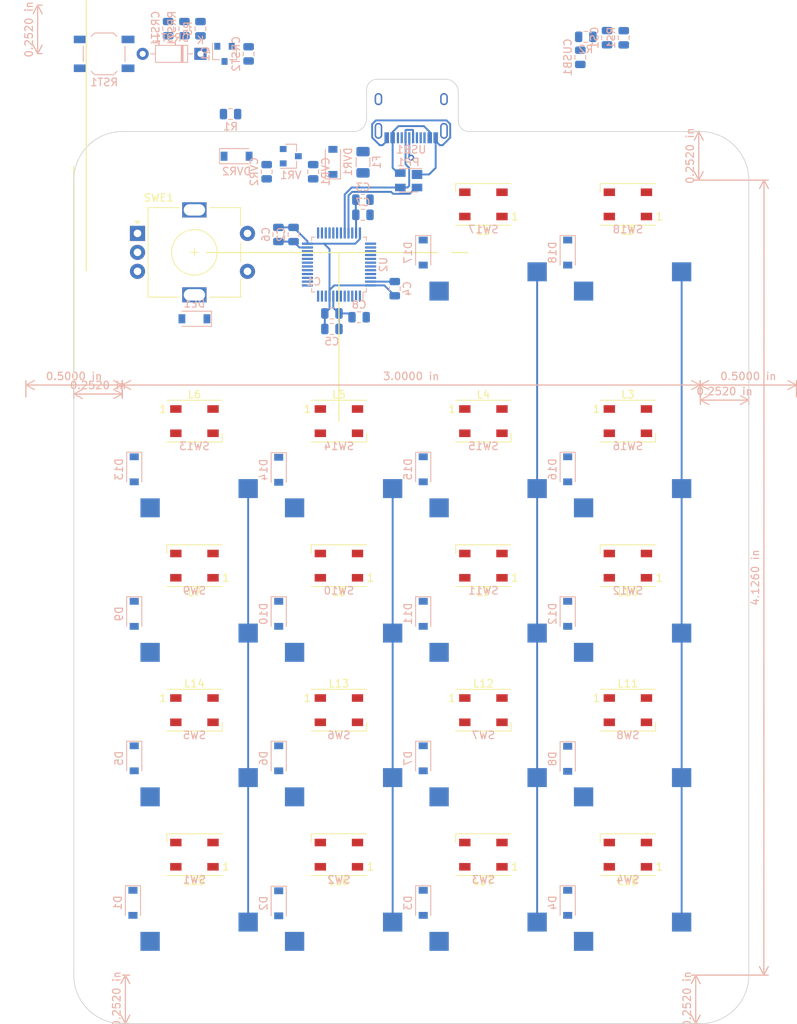
<source format=kicad_pcb>
(kicad_pcb (version 20171130) (host pcbnew "(5.1.5-0-10_14)")
  (layers (0 F.Cu signal) (31 B.Cu signal) (34 B.Paste user) (35 F.Paste user) (36 B.SilkS user) (37 F.SilkS user) (38 B.Mask user) (39 F.Mask user) (44 Edge.Cuts user))
  (net 0 "")
  (net 1 +5V)
  (net 2 +3V3)
  (net 3 BOOT0)
  (net 4 NRST)
  (net 5 "Net-(CS1-Pad1)")
  (net 6 VBUS)
  (net 7 "Net-(D1-Pad2)")
  (net 8 row4)
  (net 9 "Net-(D2-Pad2)")
  (net 10 "Net-(D3-Pad2)")
  (net 11 "Net-(D4-Pad2)")
  (net 12 "Net-(D5-Pad2)")
  (net 13 row3)
  (net 14 "Net-(D6-Pad2)")
  (net 15 "Net-(D7-Pad2)")
  (net 16 "Net-(D8-Pad2)")
  (net 17 "Net-(D9-Pad2)")
  (net 18 row2)
  (net 19 "Net-(D10-Pad2)")
  (net 20 "Net-(D11-Pad2)")
  (net 21 "Net-(D12-Pad2)")
  (net 22 "Net-(D13-Pad2)")
  (net 23 "Net-(D14-Pad2)")
  (net 24 row1)
  (net 25 "Net-(D15-Pad2)")
  (net 26 "Net-(D16-Pad2)")
  (net 27 row0)
  (net 28 "Net-(D17-Pad2)")
  (net 29 "Net-(D18-Pad2)")
  (net 30 "Net-(DE1-Pad2)")
  (net 31 "Net-(DRST1-Pad2)")
  (net 32 "Net-(DRST1-Pad1)")
  (net 33 "Net-(L1-Pad2)")
  (net 34 RGBLED)
  (net 35 "Net-(L2-Pad2)")
  (net 36 "Net-(L3-Pad2)")
  (net 37 "Net-(L4-Pad2)")
  (net 38 "Net-(L5-Pad2)")
  (net 39 "Net-(L6-Pad2)")
  (net 40 "Net-(L7-Pad2)")
  (net 41 "Net-(L8-Pad2)")
  (net 42 "Net-(L10-Pad4)")
  (net 43 "Net-(L10-Pad2)")
  (net 44 "Net-(L11-Pad2)")
  (net 45 "Net-(L12-Pad2)")
  (net 46 "Net-(L13-Pad2)")
  (net 47 "Net-(L14-Pad2)")
  (net 48 "Net-(L15-Pad2)")
  (net 49 "Net-(L16-Pad2)")
  (net 50 "Net-(L17-Pad2)")
  (net 51 "Net-(L18-Pad2)")
  (net 52 D-)
  (net 53 D+)
  (net 54 "Net-(R1-Pad2)")
  (net 55 "Net-(R2-Pad2)")
  (net 56 col0)
  (net 57 col1)
  (net 58 col2)
  (net 59 col3)
  (net 60 Enc1A)
  (net 61 Enc1B)
  (net 62 "Net-(U2-Pad46)")
  (net 63 "Net-(U2-Pad43)")
  (net 64 "Net-(U2-Pad42)")
  (net 65 "Net-(U2-Pad41)")
  (net 66 "Net-(U2-Pad40)")
  (net 67 "Net-(U2-Pad39)")
  (net 68 SWDIO)
  (net 69 SWCLK)
  (net 70 "Net-(U2-Pad34)")
  (net 71 "Net-(U2-Pad28)")
  (net 72 "Net-(U2-Pad27)")
  (net 73 "Net-(U2-Pad26)")
  (net 74 "Net-(U2-Pad25)")
  (net 75 "Net-(U2-Pad6)")
  (net 76 "Net-(U2-Pad5)")
  (net 77 "Net-(U2-Pad4)")
  (net 78 "Net-(U2-Pad3)")
  (net 79 "Net-(USB1-Pad3)")
  (net 80 "Net-(USB1-Pad9)")
  (net 81 "Net-(U2-Pad2)")
  (net 82 "Net-(U2-Pad12)")
  (net 83 "Net-(U2-Pad29)")
  (net 84 "Net-(U2-Pad13)")
  (net 85 "Net-(U2-Pad11)")
  (net 86 "Net-(U2-Pad10)")
  (module Capacitor_SMD:C_0805_2012Metric (layer B.Cu) (at 120.65 30.95625 270)
    (fp_text reference CRST2 (at 0 1.65 270) (layer B.SilkS) (effects (justify mirror)))
    (fp_text value 4.7nF)
    (pad 2 smd roundrect (at 0.9375 0 270) (size 0.975 1.4) (layers B.Cu B.Paste B.Mask) (net 4 NRST))
    (pad 1 smd roundrect (at -0.9375 0 270) (size 0.975 1.4) (layers B.Cu B.Paste B.Mask) (net 1 +5V))
  )
  (module Fuse:Fuse_1206_3216Metric (layer B.Cu) (at 135.73125 45.24375 90)
    (fp_text reference F1 (at 0 1.82 90) (layer B.SilkS) (effects (justify mirror)))
    (fp_text value 500mA)
    (pad 2 smd roundrect (at 1.4 0 90) (size 1.25 1.75) (layers B.Cu B.Paste B.Mask) (roundrect_rratio 0.2) (net 6 VBUS))
    (pad 1 smd roundrect (at -1.4 0 90) (size 1.25 1.75) (layers B.Cu B.Paste B.Mask) (roundrect_rratio 0.2) (net 1 +5V))
  )
  (module LED_SMD:LED_WS2812B_PLCC4_5.0x5.0mm_P3.2mm (layer F.Cu) (at 151.60625 79.375)
    (fp_text reference L4 (at 0 -3.5) (layer F.SilkS))
    (fp_text value WS2812B)
    (fp_text user 1 (at -4.15 -1.6) (layer F.SilkS))
    (pad 1 smd rect (at -2.45 -1.6) (size 1.5 1) (layers F.Cu F.Paste F.Mask) (net 2 +3V3))
    (pad 2 smd rect (at -2.45 1.6) (size 1.5 1) (layers F.Cu F.Paste F.Mask) (net 37 "Net-(L4-Pad2)"))
    (pad 4 smd rect (at 2.45 -1.6) (size 1.5 1) (layers F.Cu F.Paste F.Mask) (net 36 "Net-(L3-Pad2)"))
    (pad 3 smd rect (at 2.45 1.6) (size 1.5 1) (layers F.Cu F.Paste F.Mask) (net 1 +5V))
  )
  (module Rotary_Encoder:RotaryEncoder_Alps_EC11E-Switch_Vertical_H20mm (layer F.Cu) (at 106 54.625)
    (fp_text reference SWE1 (at 2.8 -4.7) (layer F.SilkS))
    (fp_text value Rotary_Encoder_Switch)
    (pad A thru_hole rect (at 0 0) (size 2 2) (drill 1) (layers *.Cu *.Mask) (net 60 Enc1A))
    (pad C thru_hole circle (at 0 2.5) (size 2 2) (drill 1) (layers *.Cu *.Mask) (net 1 +5V))
    (pad B thru_hole circle (at 0 5) (size 2 2) (drill 1) (layers *.Cu *.Mask) (net 61 Enc1B))
    (pad MP thru_hole rect (at 7.5 -3.1) (size 3.2 2) (drill oval 2.8 1.5) (layers *.Cu *.Mask))
    (pad MP thru_hole rect (at 7.5 8.1) (size 3.2 2) (drill oval 2.8 1.5) (layers *.Cu *.Mask))
    (pad S2 thru_hole circle (at 14.5 0) (size 2 2) (drill 1) (layers *.Cu *.Mask) (net 30 "Net-(DE1-Pad2)"))
    (pad S1 thru_hole circle (at 14.5 5) (size 2 2) (drill 1) (layers *.Cu *.Mask) (net 56 col0))
  )
  (module Package_TO_SOT_SMD:SOT-23 (layer B.Cu) (at 126.20625 44.45)
    (fp_text reference VR1 (at 0 2.5) (layer B.SilkS) (effects (justify mirror)))
    (fp_text value MCP1700-3302E_SOT23)
    (pad 3 smd rect (at 1 0) (size 0.9 0.8) (layers B.Cu B.Paste B.Mask) (net 1 +5V))
    (pad 2 smd rect (at -1 -0.95) (size 0.9 0.8) (layers B.Cu B.Paste B.Mask) (net 2 +3V3))
    (pad 1 smd rect (at -1 0.95) (size 0.9 0.8) (layers B.Cu B.Paste B.Mask) (net 1 +5V))
  )
  (module Type-C:HRO-TYPE-C-31-M-12 (layer B.Cu) (at 142.0875 34.325)
    (fp_text reference USB1 (at 0 9.25) (layer B.SilkS) (effects (justify mirror)))
    (fp_text value HRO-TYPE-C-31-M-12)
    (pad 12 smd rect (at 3.225 7.695) (size 0.6 1.45) (layers B.Cu B.Paste B.Mask) (net 1 +5V))
    (pad 1 smd rect (at -3.225 7.695) (size 0.6 1.45) (layers B.Cu B.Paste B.Mask) (net 1 +5V))
    (pad 11 smd rect (at 2.45 7.695) (size 0.6 1.45) (layers B.Cu B.Paste B.Mask) (net 6 VBUS))
    (pad 2 smd rect (at -2.45 7.695) (size 0.6 1.45) (layers B.Cu B.Paste B.Mask) (net 6 VBUS))
    (pad 3 smd rect (at -1.75 7.695) (size 0.3 1.45) (layers B.Cu B.Paste B.Mask) (net 79 "Net-(USB1-Pad3)"))
    (pad 10 smd rect (at 1.75 7.695) (size 0.3 1.45) (layers B.Cu B.Paste B.Mask) (net 55 "Net-(R2-Pad2)"))
    (pad 4 smd rect (at -1.25 7.695) (size 0.3 1.45) (layers B.Cu B.Paste B.Mask) (net 54 "Net-(R1-Pad2)"))
    (pad 9 smd rect (at 1.25 7.695) (size 0.3 1.45) (layers B.Cu B.Paste B.Mask) (net 80 "Net-(USB1-Pad9)"))
    (pad 5 smd rect (at -0.75 7.695) (size 0.3 1.45) (layers B.Cu B.Paste B.Mask) (net 52 D-))
    (pad 8 smd rect (at 0.75 7.695) (size 0.3 1.45) (layers B.Cu B.Paste B.Mask) (net 53 D+))
    (pad 7 smd rect (at 0.25 7.695) (size 0.3 1.45) (layers B.Cu B.Paste B.Mask) (net 52 D-))
    (pad 6 smd rect (at -0.25 7.695) (size 0.3 1.45) (layers B.Cu B.Paste B.Mask) (net 53 D+))
    (pad "" np_thru_hole circle (at 2.89 6.25) (size 0.65 0.65) (drill 0.65) (layers *.Cu *.Mask))
    (pad "" np_thru_hole circle (at -2.89 6.25) (size 0.65 0.65) (drill 0.65) (layers *.Cu *.Mask))
    (pad 13 thru_hole oval (at -4.32 6.78) (size 1 2.1) (drill oval 0.6 1.7) (layers *.Cu F.Mask) (net 5 "Net-(CS1-Pad1)"))
    (pad 13 thru_hole oval (at 4.32 6.78) (size 1 2.1) (drill oval 0.6 1.7) (layers *.Cu F.Mask) (net 5 "Net-(CS1-Pad1)"))
    (pad 13 thru_hole oval (at -4.32 2.6) (size 1 1.6) (drill oval 0.6 1.2) (layers *.Cu F.Mask) (net 5 "Net-(CS1-Pad1)"))
    (pad 13 thru_hole oval (at 4.32 2.6) (size 1 1.6) (drill oval 0.6 1.2) (layers *.Cu F.Mask) (net 5 "Net-(CS1-Pad1)"))
  )
  (module Package_QFP:LQFP-48_7x7mm_P0.5mm (layer B.Cu) (at 132.56875 58.73125 90)
    (fp_text reference U2 (at 0 5.85 90) (layer B.SilkS) (effects (justify mirror)))
    (fp_text value STM32F072CBTx)
    (pad 48 smd roundrect (at -2.75 4.1625 90) (size 0.3 1.475) (layers B.Cu B.Paste B.Mask) (net 2 +3V3))
    (pad 47 smd roundrect (at -2.25 4.1625 90) (size 0.3 1.475) (layers B.Cu B.Paste B.Mask) (net 1 +5V))
    (pad 46 smd roundrect (at -1.75 4.1625 90) (size 0.3 1.475) (layers B.Cu B.Paste B.Mask) (net 62 "Net-(U2-Pad46)"))
    (pad 45 smd roundrect (at -1.25 4.1625 90) (size 0.3 1.475) (layers B.Cu B.Paste B.Mask) (net 34 RGBLED))
    (pad 44 smd roundrect (at -0.75 4.1625 90) (size 0.3 1.475) (layers B.Cu B.Paste B.Mask) (net 3 BOOT0))
    (pad 43 smd roundrect (at -0.25 4.1625 90) (size 0.3 1.475) (layers B.Cu B.Paste B.Mask) (net 63 "Net-(U2-Pad43)"))
    (pad 42 smd roundrect (at 0.25 4.1625 90) (size 0.3 1.475) (layers B.Cu B.Paste B.Mask) (net 64 "Net-(U2-Pad42)"))
    (pad 41 smd roundrect (at 0.75 4.1625 90) (size 0.3 1.475) (layers B.Cu B.Paste B.Mask) (net 65 "Net-(U2-Pad41)"))
    (pad 40 smd roundrect (at 1.25 4.1625 90) (size 0.3 1.475) (layers B.Cu B.Paste B.Mask) (net 66 "Net-(U2-Pad40)"))
    (pad 39 smd roundrect (at 1.75 4.1625 90) (size 0.3 1.475) (layers B.Cu B.Paste B.Mask) (net 67 "Net-(U2-Pad39)"))
    (pad 38 smd roundrect (at 2.25 4.1625 90) (size 0.3 1.475) (layers B.Cu B.Paste B.Mask) (net 68 SWDIO))
    (pad 37 smd roundrect (at 2.75 4.1625 90) (size 0.3 1.475) (layers B.Cu B.Paste B.Mask) (net 69 SWCLK))
    (pad 36 smd roundrect (at 4.1625 2.75 90) (size 1.475 0.3) (layers B.Cu B.Paste B.Mask) (net 2 +3V3))
    (pad 35 smd roundrect (at 4.1625 2.25 90) (size 1.475 0.3) (layers B.Cu B.Paste B.Mask) (net 1 +5V))
    (pad 34 smd roundrect (at 4.1625 1.75 90) (size 1.475 0.3) (layers B.Cu B.Paste B.Mask) (net 70 "Net-(U2-Pad34)"))
    (pad 33 smd roundrect (at 4.1625 1.25 90) (size 1.475 0.3) (layers B.Cu B.Paste B.Mask) (net 53 D+))
    (pad 32 smd roundrect (at 4.1625 0.75 90) (size 1.475 0.3) (layers B.Cu B.Paste B.Mask) (net 52 D-))
    (pad 31 smd roundrect (at 4.1625 0.25 90) (size 1.475 0.3) (layers B.Cu B.Paste B.Mask) (net 60 Enc1A))
    (pad 30 smd roundrect (at 4.1625 -0.25 90) (size 1.475 0.3) (layers B.Cu B.Paste B.Mask) (net 61 Enc1B))
    (pad 29 smd roundrect (at 4.1625 -0.75 90) (size 1.475 0.3) (layers B.Cu B.Paste B.Mask) (net 83 "Net-(U2-Pad29)"))
    (pad 28 smd roundrect (at 4.1625 -1.25 90) (size 1.475 0.3) (layers B.Cu B.Paste B.Mask) (net 71 "Net-(U2-Pad28)"))
    (pad 27 smd roundrect (at 4.1625 -1.75 90) (size 1.475 0.3) (layers B.Cu B.Paste B.Mask) (net 72 "Net-(U2-Pad27)"))
    (pad 26 smd roundrect (at 4.1625 -2.25 90) (size 1.475 0.3) (layers B.Cu B.Paste B.Mask) (net 73 "Net-(U2-Pad26)"))
    (pad 25 smd roundrect (at 4.1625 -2.75 90) (size 1.475 0.3) (layers B.Cu B.Paste B.Mask) (net 74 "Net-(U2-Pad25)"))
    (pad 24 smd roundrect (at 2.75 -4.1625 90) (size 0.3 1.475) (layers B.Cu B.Paste B.Mask) (net 2 +3V3))
    (pad 23 smd roundrect (at 2.25 -4.1625 90) (size 0.3 1.475) (layers B.Cu B.Paste B.Mask) (net 1 +5V))
    (pad 22 smd roundrect (at 1.75 -4.1625 90) (size 0.3 1.475) (layers B.Cu B.Paste B.Mask) (net 56 col0))
    (pad 21 smd roundrect (at 1.25 -4.1625 90) (size 0.3 1.475) (layers B.Cu B.Paste B.Mask) (net 24 row1))
    (pad 20 smd roundrect (at 0.75 -4.1625 90) (size 0.3 1.475) (layers B.Cu B.Paste B.Mask) (net 18 row2))
    (pad 19 smd roundrect (at 0.25 -4.1625 90) (size 0.3 1.475) (layers B.Cu B.Paste B.Mask) (net 57 col1))
    (pad 18 smd roundrect (at -0.25 -4.1625 90) (size 0.3 1.475) (layers B.Cu B.Paste B.Mask) (net 13 row3))
    (pad 17 smd roundrect (at -0.75 -4.1625 90) (size 0.3 1.475) (layers B.Cu B.Paste B.Mask) (net 58 col2))
    (pad 16 smd roundrect (at -1.25 -4.1625 90) (size 0.3 1.475) (layers B.Cu B.Paste B.Mask) (net 8 row4))
    (pad 15 smd roundrect (at -1.75 -4.1625 90) (size 0.3 1.475) (layers B.Cu B.Paste B.Mask) (net 59 col3))
    (pad 14 smd roundrect (at -2.25 -4.1625 90) (size 0.3 1.475) (layers B.Cu B.Paste B.Mask) (net 27 row0))
    (pad 13 smd roundrect (at -2.75 -4.1625 90) (size 0.3 1.475) (layers B.Cu B.Paste B.Mask) (net 84 "Net-(U2-Pad13)"))
    (pad 12 smd roundrect (at -4.1625 -2.75 90) (size 1.475 0.3) (layers B.Cu B.Paste B.Mask) (net 82 "Net-(U2-Pad12)"))
    (pad 11 smd roundrect (at -4.1625 -2.25 90) (size 1.475 0.3) (layers B.Cu B.Paste B.Mask) (net 85 "Net-(U2-Pad11)"))
    (pad 10 smd roundrect (at -4.1625 -1.75 90) (size 1.475 0.3) (layers B.Cu B.Paste B.Mask) (net 86 "Net-(U2-Pad10)"))
    (pad 9 smd roundrect (at -4.1625 -1.25 90) (size 1.475 0.3) (layers B.Cu B.Paste B.Mask) (net 2 +3V3))
    (pad 8 smd roundrect (at -4.1625 -0.75 90) (size 1.475 0.3) (layers B.Cu B.Paste B.Mask) (net 1 +5V))
    (pad 7 smd roundrect (at -4.1625 -0.25 90) (size 1.475 0.3) (layers B.Cu B.Paste B.Mask) (net 4 NRST))
    (pad 6 smd roundrect (at -4.1625 0.25 90) (size 1.475 0.3) (layers B.Cu B.Paste B.Mask) (net 75 "Net-(U2-Pad6)"))
    (pad 5 smd roundrect (at -4.1625 0.75 90) (size 1.475 0.3) (layers B.Cu B.Paste B.Mask) (net 76 "Net-(U2-Pad5)"))
    (pad 4 smd roundrect (at -4.1625 1.25 90) (size 1.475 0.3) (layers B.Cu B.Paste B.Mask) (net 77 "Net-(U2-Pad4)"))
    (pad 3 smd roundrect (at -4.1625 1.75 90) (size 1.475 0.3) (layers B.Cu B.Paste B.Mask) (net 78 "Net-(U2-Pad3)"))
    (pad 2 smd roundrect (at -4.1625 2.25 90) (size 1.475 0.3) (layers B.Cu B.Paste B.Mask) (net 81 "Net-(U2-Pad2)"))
    (pad 1 smd roundrect (at -4.1625 2.75 90) (size 1.475 0.3) (layers B.Cu B.Paste B.Mask) (net 2 +3V3))
  )
  (module MX_Only:MXOnly-1U-Hotswap (layer F.Cu) (at 170.65625 57.15 180)
    (fp_text reference SW18)
    (fp_text value SW_PUSH)
    (fp_text user %R (at 0 3.048) (layer B.SilkS) (effects (justify mirror)))
    (pad 2 smd rect (at 5.842 -5.08 180) (size 2.55 2.5) (layers B.Cu B.Paste B.Mask) (net 29 "Net-(D18-Pad2)"))
    (pad 1 smd rect (at -7.085 -2.54 180) (size 2.55 2.5) (layers B.Cu B.Paste B.Mask) (net 59 col3))
    (pad "" np_thru_hole circle (at 5.08 0 228.0996) (size 1.75 1.75) (drill 1.75) (layers *.Cu *.Mask))
    (pad "" np_thru_hole circle (at -5.08 0 228.0996) (size 1.75 1.75) (drill 1.75) (layers *.Cu *.Mask))
    (pad "" np_thru_hole circle (at -3.81 -2.54 180) (size 3 3) (drill 3) (layers *.Cu *.Mask))
    (pad "" np_thru_hole circle (at 0 0 180) (size 3.9878 3.9878) (drill 3.9878) (layers *.Cu *.Mask))
    (pad "" np_thru_hole circle (at 2.54 -5.08 180) (size 3 3) (drill 3) (layers *.Cu *.Mask))
  )
  (module MX_Only:MXOnly-1U-Hotswap (layer F.Cu) (at 151.60625 57.15 180)
    (fp_text reference SW17)
    (fp_text value SW_PUSH)
    (fp_text user %R (at 0 3.048) (layer B.SilkS) (effects (justify mirror)))
    (pad 2 smd rect (at 5.842 -5.08 180) (size 2.55 2.5) (layers B.Cu B.Paste B.Mask) (net 28 "Net-(D17-Pad2)"))
    (pad 1 smd rect (at -7.085 -2.54 180) (size 2.55 2.5) (layers B.Cu B.Paste B.Mask) (net 58 col2))
    (pad "" np_thru_hole circle (at 5.08 0 228.0996) (size 1.75 1.75) (drill 1.75) (layers *.Cu *.Mask))
    (pad "" np_thru_hole circle (at -5.08 0 228.0996) (size 1.75 1.75) (drill 1.75) (layers *.Cu *.Mask))
    (pad "" np_thru_hole circle (at -3.81 -2.54 180) (size 3 3) (drill 3) (layers *.Cu *.Mask))
    (pad "" np_thru_hole circle (at 0 0 180) (size 3.9878 3.9878) (drill 3.9878) (layers *.Cu *.Mask))
    (pad "" np_thru_hole circle (at 2.54 -5.08 180) (size 3 3) (drill 3) (layers *.Cu *.Mask))
  )
  (module MX_Only:MXOnly-1U-Hotswap (layer F.Cu) (at 170.65625 85.725 180)
    (fp_text reference SW16)
    (fp_text value SW_PUSH)
    (fp_text user %R (at 0 3.048) (layer B.SilkS) (effects (justify mirror)))
    (pad 2 smd rect (at 5.842 -5.08 180) (size 2.55 2.5) (layers B.Cu B.Paste B.Mask) (net 26 "Net-(D16-Pad2)"))
    (pad 1 smd rect (at -7.085 -2.54 180) (size 2.55 2.5) (layers B.Cu B.Paste B.Mask) (net 59 col3))
    (pad "" np_thru_hole circle (at 5.08 0 228.0996) (size 1.75 1.75) (drill 1.75) (layers *.Cu *.Mask))
    (pad "" np_thru_hole circle (at -5.08 0 228.0996) (size 1.75 1.75) (drill 1.75) (layers *.Cu *.Mask))
    (pad "" np_thru_hole circle (at -3.81 -2.54 180) (size 3 3) (drill 3) (layers *.Cu *.Mask))
    (pad "" np_thru_hole circle (at 0 0 180) (size 3.9878 3.9878) (drill 3.9878) (layers *.Cu *.Mask))
    (pad "" np_thru_hole circle (at 2.54 -5.08 180) (size 3 3) (drill 3) (layers *.Cu *.Mask))
  )
  (module MX_Only:MXOnly-1U-Hotswap (layer F.Cu) (at 151.60625 85.725 180)
    (fp_text reference SW15)
    (fp_text value SW_PUSH)
    (fp_text user %R (at 0 3.048) (layer B.SilkS) (effects (justify mirror)))
    (pad 2 smd rect (at 5.842 -5.08 180) (size 2.55 2.5) (layers B.Cu B.Paste B.Mask) (net 25 "Net-(D15-Pad2)"))
    (pad 1 smd rect (at -7.085 -2.54 180) (size 2.55 2.5) (layers B.Cu B.Paste B.Mask) (net 58 col2))
    (pad "" np_thru_hole circle (at 5.08 0 228.0996) (size 1.75 1.75) (drill 1.75) (layers *.Cu *.Mask))
    (pad "" np_thru_hole circle (at -5.08 0 228.0996) (size 1.75 1.75) (drill 1.75) (layers *.Cu *.Mask))
    (pad "" np_thru_hole circle (at -3.81 -2.54 180) (size 3 3) (drill 3) (layers *.Cu *.Mask))
    (pad "" np_thru_hole circle (at 0 0 180) (size 3.9878 3.9878) (drill 3.9878) (layers *.Cu *.Mask))
    (pad "" np_thru_hole circle (at 2.54 -5.08 180) (size 3 3) (drill 3) (layers *.Cu *.Mask))
  )
  (module MX_Only:MXOnly-1U-Hotswap (layer F.Cu) (at 132.55625 85.725 180)
    (fp_text reference SW14)
    (fp_text value SW_PUSH)
    (fp_text user %R (at 0 3.048) (layer B.SilkS) (effects (justify mirror)))
    (pad 2 smd rect (at 5.842 -5.08 180) (size 2.55 2.5) (layers B.Cu B.Paste B.Mask) (net 23 "Net-(D14-Pad2)"))
    (pad 1 smd rect (at -7.085 -2.54 180) (size 2.55 2.5) (layers B.Cu B.Paste B.Mask) (net 57 col1))
    (pad "" np_thru_hole circle (at 5.08 0 228.0996) (size 1.75 1.75) (drill 1.75) (layers *.Cu *.Mask))
    (pad "" np_thru_hole circle (at -5.08 0 228.0996) (size 1.75 1.75) (drill 1.75) (layers *.Cu *.Mask))
    (pad "" np_thru_hole circle (at -3.81 -2.54 180) (size 3 3) (drill 3) (layers *.Cu *.Mask))
    (pad "" np_thru_hole circle (at 0 0 180) (size 3.9878 3.9878) (drill 3.9878) (layers *.Cu *.Mask))
    (pad "" np_thru_hole circle (at 2.54 -5.08 180) (size 3 3) (drill 3) (layers *.Cu *.Mask))
  )
  (module MX_Only:MXOnly-1U-Hotswap (layer F.Cu) (at 113.50625 85.725 180)
    (fp_text reference SW13)
    (fp_text value SW_PUSH)
    (fp_text user %R (at 0 3.048) (layer B.SilkS) (effects (justify mirror)))
    (pad 2 smd rect (at 5.842 -5.08 180) (size 2.55 2.5) (layers B.Cu B.Paste B.Mask) (net 22 "Net-(D13-Pad2)"))
    (pad 1 smd rect (at -7.085 -2.54 180) (size 2.55 2.5) (layers B.Cu B.Paste B.Mask) (net 56 col0))
    (pad "" np_thru_hole circle (at 5.08 0 228.0996) (size 1.75 1.75) (drill 1.75) (layers *.Cu *.Mask))
    (pad "" np_thru_hole circle (at -5.08 0 228.0996) (size 1.75 1.75) (drill 1.75) (layers *.Cu *.Mask))
    (pad "" np_thru_hole circle (at -3.81 -2.54 180) (size 3 3) (drill 3) (layers *.Cu *.Mask))
    (pad "" np_thru_hole circle (at 0 0 180) (size 3.9878 3.9878) (drill 3.9878) (layers *.Cu *.Mask))
    (pad "" np_thru_hole circle (at 2.54 -5.08 180) (size 3 3) (drill 3) (layers *.Cu *.Mask))
  )
  (module MX_Only:MXOnly-1U-Hotswap (layer F.Cu) (at 170.65625 104.775 180)
    (fp_text reference SW12)
    (fp_text value SW_PUSH)
    (fp_text user %R (at 0 3.048) (layer B.SilkS) (effects (justify mirror)))
    (pad 2 smd rect (at 5.842 -5.08 180) (size 2.55 2.5) (layers B.Cu B.Paste B.Mask) (net 21 "Net-(D12-Pad2)"))
    (pad 1 smd rect (at -7.085 -2.54 180) (size 2.55 2.5) (layers B.Cu B.Paste B.Mask) (net 59 col3))
    (pad "" np_thru_hole circle (at 5.08 0 228.0996) (size 1.75 1.75) (drill 1.75) (layers *.Cu *.Mask))
    (pad "" np_thru_hole circle (at -5.08 0 228.0996) (size 1.75 1.75) (drill 1.75) (layers *.Cu *.Mask))
    (pad "" np_thru_hole circle (at -3.81 -2.54 180) (size 3 3) (drill 3) (layers *.Cu *.Mask))
    (pad "" np_thru_hole circle (at 0 0 180) (size 3.9878 3.9878) (drill 3.9878) (layers *.Cu *.Mask))
    (pad "" np_thru_hole circle (at 2.54 -5.08 180) (size 3 3) (drill 3) (layers *.Cu *.Mask))
  )
  (module MX_Only:MXOnly-1U-Hotswap (layer F.Cu) (at 151.60625 104.775 180)
    (fp_text reference SW11)
    (fp_text value SW_PUSH)
    (fp_text user %R (at 0 3.048) (layer B.SilkS) (effects (justify mirror)))
    (pad 2 smd rect (at 5.842 -5.08 180) (size 2.55 2.5) (layers B.Cu B.Paste B.Mask) (net 20 "Net-(D11-Pad2)"))
    (pad 1 smd rect (at -7.085 -2.54 180) (size 2.55 2.5) (layers B.Cu B.Paste B.Mask) (net 58 col2))
    (pad "" np_thru_hole circle (at 5.08 0 228.0996) (size 1.75 1.75) (drill 1.75) (layers *.Cu *.Mask))
    (pad "" np_thru_hole circle (at -5.08 0 228.0996) (size 1.75 1.75) (drill 1.75) (layers *.Cu *.Mask))
    (pad "" np_thru_hole circle (at -3.81 -2.54 180) (size 3 3) (drill 3) (layers *.Cu *.Mask))
    (pad "" np_thru_hole circle (at 0 0 180) (size 3.9878 3.9878) (drill 3.9878) (layers *.Cu *.Mask))
    (pad "" np_thru_hole circle (at 2.54 -5.08 180) (size 3 3) (drill 3) (layers *.Cu *.Mask))
  )
  (module MX_Only:MXOnly-1U-Hotswap (layer F.Cu) (at 132.55625 104.775 180)
    (fp_text reference SW10)
    (fp_text value SW_PUSH)
    (fp_text user %R (at 0 3.048) (layer B.SilkS) (effects (justify mirror)))
    (pad 2 smd rect (at 5.842 -5.08 180) (size 2.55 2.5) (layers B.Cu B.Paste B.Mask) (net 19 "Net-(D10-Pad2)"))
    (pad 1 smd rect (at -7.085 -2.54 180) (size 2.55 2.5) (layers B.Cu B.Paste B.Mask) (net 57 col1))
    (pad "" np_thru_hole circle (at 5.08 0 228.0996) (size 1.75 1.75) (drill 1.75) (layers *.Cu *.Mask))
    (pad "" np_thru_hole circle (at -5.08 0 228.0996) (size 1.75 1.75) (drill 1.75) (layers *.Cu *.Mask))
    (pad "" np_thru_hole circle (at -3.81 -2.54 180) (size 3 3) (drill 3) (layers *.Cu *.Mask))
    (pad "" np_thru_hole circle (at 0 0 180) (size 3.9878 3.9878) (drill 3.9878) (layers *.Cu *.Mask))
    (pad "" np_thru_hole circle (at 2.54 -5.08 180) (size 3 3) (drill 3) (layers *.Cu *.Mask))
  )
  (module MX_Only:MXOnly-1U-Hotswap (layer F.Cu) (at 113.50625 104.775 180)
    (fp_text reference SW9)
    (fp_text value SW_PUSH)
    (fp_text user %R (at 0 3.048) (layer B.SilkS) (effects (justify mirror)))
    (pad 2 smd rect (at 5.842 -5.08 180) (size 2.55 2.5) (layers B.Cu B.Paste B.Mask) (net 17 "Net-(D9-Pad2)"))
    (pad 1 smd rect (at -7.085 -2.54 180) (size 2.55 2.5) (layers B.Cu B.Paste B.Mask) (net 56 col0))
    (pad "" np_thru_hole circle (at 5.08 0 228.0996) (size 1.75 1.75) (drill 1.75) (layers *.Cu *.Mask))
    (pad "" np_thru_hole circle (at -5.08 0 228.0996) (size 1.75 1.75) (drill 1.75) (layers *.Cu *.Mask))
    (pad "" np_thru_hole circle (at -3.81 -2.54 180) (size 3 3) (drill 3) (layers *.Cu *.Mask))
    (pad "" np_thru_hole circle (at 0 0 180) (size 3.9878 3.9878) (drill 3.9878) (layers *.Cu *.Mask))
    (pad "" np_thru_hole circle (at 2.54 -5.08 180) (size 3 3) (drill 3) (layers *.Cu *.Mask))
  )
  (module MX_Only:MXOnly-1U-Hotswap (layer F.Cu) (at 170.65625 123.825 180)
    (fp_text reference SW8)
    (fp_text value SW_PUSH)
    (fp_text user %R (at 0 3.048) (layer B.SilkS) (effects (justify mirror)))
    (pad 2 smd rect (at 5.842 -5.08 180) (size 2.55 2.5) (layers B.Cu B.Paste B.Mask) (net 16 "Net-(D8-Pad2)"))
    (pad 1 smd rect (at -7.085 -2.54 180) (size 2.55 2.5) (layers B.Cu B.Paste B.Mask) (net 59 col3))
    (pad "" np_thru_hole circle (at 5.08 0 228.0996) (size 1.75 1.75) (drill 1.75) (layers *.Cu *.Mask))
    (pad "" np_thru_hole circle (at -5.08 0 228.0996) (size 1.75 1.75) (drill 1.75) (layers *.Cu *.Mask))
    (pad "" np_thru_hole circle (at -3.81 -2.54 180) (size 3 3) (drill 3) (layers *.Cu *.Mask))
    (pad "" np_thru_hole circle (at 0 0 180) (size 3.9878 3.9878) (drill 3.9878) (layers *.Cu *.Mask))
    (pad "" np_thru_hole circle (at 2.54 -5.08 180) (size 3 3) (drill 3) (layers *.Cu *.Mask))
  )
  (module MX_Only:MXOnly-1U-Hotswap (layer F.Cu) (at 151.60625 123.825 180)
    (fp_text reference SW7)
    (fp_text value SW_PUSH)
    (fp_text user %R (at 0 3.048) (layer B.SilkS) (effects (justify mirror)))
    (pad 2 smd rect (at 5.842 -5.08 180) (size 2.55 2.5) (layers B.Cu B.Paste B.Mask) (net 15 "Net-(D7-Pad2)"))
    (pad 1 smd rect (at -7.085 -2.54 180) (size 2.55 2.5) (layers B.Cu B.Paste B.Mask) (net 58 col2))
    (pad "" np_thru_hole circle (at 5.08 0 228.0996) (size 1.75 1.75) (drill 1.75) (layers *.Cu *.Mask))
    (pad "" np_thru_hole circle (at -5.08 0 228.0996) (size 1.75 1.75) (drill 1.75) (layers *.Cu *.Mask))
    (pad "" np_thru_hole circle (at -3.81 -2.54 180) (size 3 3) (drill 3) (layers *.Cu *.Mask))
    (pad "" np_thru_hole circle (at 0 0 180) (size 3.9878 3.9878) (drill 3.9878) (layers *.Cu *.Mask))
    (pad "" np_thru_hole circle (at 2.54 -5.08 180) (size 3 3) (drill 3) (layers *.Cu *.Mask))
  )
  (module MX_Only:MXOnly-1U-Hotswap (layer F.Cu) (at 132.55625 123.825 180)
    (fp_text reference SW6)
    (fp_text value SW_PUSH)
    (fp_text user %R (at 0 3.048) (layer B.SilkS) (effects (justify mirror)))
    (pad 2 smd rect (at 5.842 -5.08 180) (size 2.55 2.5) (layers B.Cu B.Paste B.Mask) (net 14 "Net-(D6-Pad2)"))
    (pad 1 smd rect (at -7.085 -2.54 180) (size 2.55 2.5) (layers B.Cu B.Paste B.Mask) (net 57 col1))
    (pad "" np_thru_hole circle (at 5.08 0 228.0996) (size 1.75 1.75) (drill 1.75) (layers *.Cu *.Mask))
    (pad "" np_thru_hole circle (at -5.08 0 228.0996) (size 1.75 1.75) (drill 1.75) (layers *.Cu *.Mask))
    (pad "" np_thru_hole circle (at -3.81 -2.54 180) (size 3 3) (drill 3) (layers *.Cu *.Mask))
    (pad "" np_thru_hole circle (at 0 0 180) (size 3.9878 3.9878) (drill 3.9878) (layers *.Cu *.Mask))
    (pad "" np_thru_hole circle (at 2.54 -5.08 180) (size 3 3) (drill 3) (layers *.Cu *.Mask))
  )
  (module MX_Only:MXOnly-1U-Hotswap (layer F.Cu) (at 113.50625 123.825 180)
    (fp_text reference SW5)
    (fp_text value SW_PUSH)
    (fp_text user %R (at 0 3.048) (layer B.SilkS) (effects (justify mirror)))
    (pad 2 smd rect (at 5.842 -5.08 180) (size 2.55 2.5) (layers B.Cu B.Paste B.Mask) (net 12 "Net-(D5-Pad2)"))
    (pad 1 smd rect (at -7.085 -2.54 180) (size 2.55 2.5) (layers B.Cu B.Paste B.Mask) (net 56 col0))
    (pad "" np_thru_hole circle (at 5.08 0 228.0996) (size 1.75 1.75) (drill 1.75) (layers *.Cu *.Mask))
    (pad "" np_thru_hole circle (at -5.08 0 228.0996) (size 1.75 1.75) (drill 1.75) (layers *.Cu *.Mask))
    (pad "" np_thru_hole circle (at -3.81 -2.54 180) (size 3 3) (drill 3) (layers *.Cu *.Mask))
    (pad "" np_thru_hole circle (at 0 0 180) (size 3.9878 3.9878) (drill 3.9878) (layers *.Cu *.Mask))
    (pad "" np_thru_hole circle (at 2.54 -5.08 180) (size 3 3) (drill 3) (layers *.Cu *.Mask))
  )
  (module MX_Only:MXOnly-1U-Hotswap (layer F.Cu) (at 170.65625 142.875 180)
    (fp_text reference SW4)
    (fp_text value SW_PUSH)
    (fp_text user %R (at 0 3.048) (layer B.SilkS) (effects (justify mirror)))
    (pad 2 smd rect (at 5.842 -5.08 180) (size 2.55 2.5) (layers B.Cu B.Paste B.Mask) (net 11 "Net-(D4-Pad2)"))
    (pad 1 smd rect (at -7.085 -2.54 180) (size 2.55 2.5) (layers B.Cu B.Paste B.Mask) (net 59 col3))
    (pad "" np_thru_hole circle (at 5.08 0 228.0996) (size 1.75 1.75) (drill 1.75) (layers *.Cu *.Mask))
    (pad "" np_thru_hole circle (at -5.08 0 228.0996) (size 1.75 1.75) (drill 1.75) (layers *.Cu *.Mask))
    (pad "" np_thru_hole circle (at -3.81 -2.54 180) (size 3 3) (drill 3) (layers *.Cu *.Mask))
    (pad "" np_thru_hole circle (at 0 0 180) (size 3.9878 3.9878) (drill 3.9878) (layers *.Cu *.Mask))
    (pad "" np_thru_hole circle (at 2.54 -5.08 180) (size 3 3) (drill 3) (layers *.Cu *.Mask))
  )
  (module MX_Only:MXOnly-1U-Hotswap (layer F.Cu) (at 151.60625 142.875 180)
    (fp_text reference SW3)
    (fp_text value SW_PUSH)
    (fp_text user %R (at 0 3.048) (layer B.SilkS) (effects (justify mirror)))
    (pad 2 smd rect (at 5.842 -5.08 180) (size 2.55 2.5) (layers B.Cu B.Paste B.Mask) (net 10 "Net-(D3-Pad2)"))
    (pad 1 smd rect (at -7.085 -2.54 180) (size 2.55 2.5) (layers B.Cu B.Paste B.Mask) (net 58 col2))
    (pad "" np_thru_hole circle (at 5.08 0 228.0996) (size 1.75 1.75) (drill 1.75) (layers *.Cu *.Mask))
    (pad "" np_thru_hole circle (at -5.08 0 228.0996) (size 1.75 1.75) (drill 1.75) (layers *.Cu *.Mask))
    (pad "" np_thru_hole circle (at -3.81 -2.54 180) (size 3 3) (drill 3) (layers *.Cu *.Mask))
    (pad "" np_thru_hole circle (at 0 0 180) (size 3.9878 3.9878) (drill 3.9878) (layers *.Cu *.Mask))
    (pad "" np_thru_hole circle (at 2.54 -5.08 180) (size 3 3) (drill 3) (layers *.Cu *.Mask))
  )
  (module MX_Only:MXOnly-1U-Hotswap (layer F.Cu) (at 132.55625 142.875 180)
    (fp_text reference SW2)
    (fp_text value SW_PUSH)
    (fp_text user %R (at 0 3.048) (layer B.SilkS) (effects (justify mirror)))
    (pad 2 smd rect (at 5.842 -5.08 180) (size 2.55 2.5) (layers B.Cu B.Paste B.Mask) (net 9 "Net-(D2-Pad2)"))
    (pad 1 smd rect (at -7.085 -2.54 180) (size 2.55 2.5) (layers B.Cu B.Paste B.Mask) (net 57 col1))
    (pad "" np_thru_hole circle (at 5.08 0 228.0996) (size 1.75 1.75) (drill 1.75) (layers *.Cu *.Mask))
    (pad "" np_thru_hole circle (at -5.08 0 228.0996) (size 1.75 1.75) (drill 1.75) (layers *.Cu *.Mask))
    (pad "" np_thru_hole circle (at -3.81 -2.54 180) (size 3 3) (drill 3) (layers *.Cu *.Mask))
    (pad "" np_thru_hole circle (at 0 0 180) (size 3.9878 3.9878) (drill 3.9878) (layers *.Cu *.Mask))
    (pad "" np_thru_hole circle (at 2.54 -5.08 180) (size 3 3) (drill 3) (layers *.Cu *.Mask))
  )
  (module MX_Only:MXOnly-1U-Hotswap (layer F.Cu) (at 113.50625 142.875 180)
    (fp_text reference SW1)
    (fp_text value SW_PUSH)
    (fp_text user %R (at 0 3.048) (layer B.SilkS) (effects (justify mirror)))
    (pad 2 smd rect (at 5.842 -5.08 180) (size 2.55 2.5) (layers B.Cu B.Paste B.Mask) (net 7 "Net-(D1-Pad2)"))
    (pad 1 smd rect (at -7.085 -2.54 180) (size 2.55 2.5) (layers B.Cu B.Paste B.Mask) (net 56 col0))
    (pad "" np_thru_hole circle (at 5.08 0 228.0996) (size 1.75 1.75) (drill 1.75) (layers *.Cu *.Mask))
    (pad "" np_thru_hole circle (at -5.08 0 228.0996) (size 1.75 1.75) (drill 1.75) (layers *.Cu *.Mask))
    (pad "" np_thru_hole circle (at -3.81 -2.54 180) (size 3 3) (drill 3) (layers *.Cu *.Mask))
    (pad "" np_thru_hole circle (at 0 0 180) (size 3.9878 3.9878) (drill 3.9878) (layers *.Cu *.Mask))
    (pad "" np_thru_hole circle (at 2.54 -5.08 180) (size 3 3) (drill 3) (layers *.Cu *.Mask))
  )
  (module Button_Switch_SMD:SW_SPST_TL3342 (layer B.Cu) (at 101.6 30.95625)
    (fp_text reference RST1 (at 0 3.75) (layer B.SilkS) (effects (justify mirror)))
    (fp_text value SW_PUSH)
    (pad 2 smd rect (at 3.15 -1.9) (size 1.7 1) (layers B.Cu B.Paste B.Mask) (net 31 "Net-(DRST1-Pad2)"))
    (pad 2 smd rect (at -3.15 -1.9) (size 1.7 1) (layers B.Cu B.Paste B.Mask) (net 31 "Net-(DRST1-Pad2)"))
    (pad 1 smd rect (at 3.15 1.9) (size 1.7 1) (layers B.Cu B.Paste B.Mask) (net 2 +3V3))
    (pad 1 smd rect (at -3.15 1.9) (size 1.7 1) (layers B.Cu B.Paste B.Mask) (net 2 +3V3))
  )
  (module Resistor_SMD:R_0805_2012Metric (layer B.Cu) (at 170.10625 28.8375 270)
    (fp_text reference RS1 (at 0 1.65 270) (layer B.SilkS) (effects (justify mirror)))
    (fp_text value 1M)
    (pad 2 smd roundrect (at 0.9375 0 270) (size 0.975 1.4) (layers B.Cu B.Paste B.Mask) (net 1 +5V))
    (pad 1 smd roundrect (at -0.9375 0 270) (size 0.975 1.4) (layers B.Cu B.Paste B.Mask) (net 5 "Net-(CS1-Pad1)"))
  )
  (module Resistor_SMD:R_0805_2012Metric (layer B.Cu) (at 112.1875 27.63125 270)
    (fp_text reference RRST1 (at 0 1.65 90) (layer B.SilkS) (effects (justify mirror)))
    (fp_text value 100k)
    (pad 2 smd roundrect (at 0.9375 0 270) (size 0.975 1.4) (layers B.Cu B.Paste B.Mask) (net 1 +5V))
    (pad 1 smd roundrect (at -0.9375 0 270) (size 0.975 1.4) (layers B.Cu B.Paste B.Mask) (net 3 BOOT0))
  )
  (module Resistor_SMD:R_0805_2012Metric (layer B.Cu) (at 114.3 27.6375 270)
    (fp_text reference R5 (at 0 1.65 90) (layer B.SilkS) (effects (justify mirror)))
    (fp_text value 33kΩ)
    (pad 2 smd roundrect (at 0.9375 0 270) (size 0.975 1.4) (layers B.Cu B.Paste B.Mask) (net 32 "Net-(DRST1-Pad1)"))
    (pad 1 smd roundrect (at -0.9375 0 270) (size 0.975 1.4) (layers B.Cu B.Paste B.Mask) (net 3 BOOT0))
  )
  (module Resistor_SMD:R_0805_2012Metric (layer B.Cu) (at 165.10625 28.7125)
    (fp_text reference R2 (at 0 1.65) (layer B.SilkS) (effects (justify mirror)))
    (fp_text value 5.1k)
    (pad 2 smd roundrect (at 0.9375 0) (size 0.975 1.4) (layers B.Cu B.Paste B.Mask) (net 55 "Net-(R2-Pad2)"))
    (pad 1 smd roundrect (at -0.9375 0) (size 0.975 1.4) (layers B.Cu B.Paste B.Mask) (net 1 +5V))
  )
  (module Resistor_SMD:R_0805_2012Metric (layer B.Cu) (at 118.26875 38.89375)
    (fp_text reference R1 (at 0 1.65) (layer B.SilkS) (effects (justify mirror)))
    (fp_text value 5.1k)
    (pad 2 smd roundrect (at 0.9375 0) (size 0.975 1.4) (layers B.Cu B.Paste B.Mask) (net 54 "Net-(R1-Pad2)"))
    (pad 1 smd roundrect (at -0.9375 0) (size 0.975 1.4) (layers B.Cu B.Paste B.Mask) (net 1 +5V))
  )
  (module Package_TO_SOT_SMD:SOT-23 (layer B.Cu) (at 117.475 30.95625 270)
    (fp_text reference Q1 (at 0 2.5 90) (layer B.SilkS) (effects (justify mirror)))
    (fp_text value DTC123J)
    (pad 3 smd rect (at 1 0 270) (size 0.9 0.8) (layers B.Cu B.Paste B.Mask) (net 4 NRST))
    (pad 2 smd rect (at -1 -0.95 270) (size 0.9 0.8) (layers B.Cu B.Paste B.Mask) (net 1 +5V))
    (pad 1 smd rect (at -1 0.95 270) (size 0.9 0.8) (layers B.Cu B.Paste B.Mask) (net 31 "Net-(DRST1-Pad2)"))
  )
  (module Package_TO_SOT_SMD:SOT-143 (layer B.Cu) (at 141.75 47.625 180)
    (fp_text reference PP1 (at 0.02 2.38) (layer B.SilkS) (effects (justify mirror)))
    (fp_text value PRTR5V0U2X)
    (pad 4 smd rect (at 1.1 0.95 270) (size 1 1.4) (layers B.Cu B.Paste B.Mask) (net 6 VBUS))
    (pad 3 smd rect (at 1.1 -0.95 270) (size 1 1.4) (layers B.Cu B.Paste B.Mask) (net 52 D-))
    (pad 2 smd rect (at -1.1 -0.95 270) (size 1 1.4) (layers B.Cu B.Paste B.Mask) (net 53 D+))
    (pad 1 smd rect (at -1.1 0.77 270) (size 1.2 1.4) (layers B.Cu B.Paste B.Mask) (net 1 +5V))
  )
  (module LED_SMD:LED_WS2812B_PLCC4_5.0x5.0mm_P3.2mm (layer F.Cu) (at 170.65625 136.525 180)
    (fp_text reference L18 (at 0 -3.5) (layer F.SilkS))
    (fp_text value WS2812B)
    (fp_text user 1 (at -4.15 -1.6) (layer F.SilkS))
    (pad 1 smd rect (at -2.45 -1.6 180) (size 1.5 1) (layers F.Cu F.Paste F.Mask) (net 2 +3V3))
    (pad 2 smd rect (at -2.45 1.6 180) (size 1.5 1) (layers F.Cu F.Paste F.Mask) (net 51 "Net-(L18-Pad2)"))
    (pad 4 smd rect (at 2.45 -1.6 180) (size 1.5 1) (layers F.Cu F.Paste F.Mask) (net 50 "Net-(L17-Pad2)"))
    (pad 3 smd rect (at 2.45 1.6 180) (size 1.5 1) (layers F.Cu F.Paste F.Mask) (net 1 +5V))
  )
  (module LED_SMD:LED_WS2812B_PLCC4_5.0x5.0mm_P3.2mm (layer F.Cu) (at 151.60625 136.525 180)
    (fp_text reference L17 (at 0 -3.5) (layer F.SilkS))
    (fp_text value WS2812B)
    (fp_text user 1 (at -4.15 -1.6) (layer F.SilkS))
    (pad 1 smd rect (at -2.45 -1.6 180) (size 1.5 1) (layers F.Cu F.Paste F.Mask) (net 2 +3V3))
    (pad 2 smd rect (at -2.45 1.6 180) (size 1.5 1) (layers F.Cu F.Paste F.Mask) (net 50 "Net-(L17-Pad2)"))
    (pad 4 smd rect (at 2.45 -1.6 180) (size 1.5 1) (layers F.Cu F.Paste F.Mask) (net 49 "Net-(L16-Pad2)"))
    (pad 3 smd rect (at 2.45 1.6 180) (size 1.5 1) (layers F.Cu F.Paste F.Mask) (net 1 +5V))
  )
  (module LED_SMD:LED_WS2812B_PLCC4_5.0x5.0mm_P3.2mm (layer F.Cu) (at 132.55625 136.525 180)
    (fp_text reference L16 (at 0 -3.5) (layer F.SilkS))
    (fp_text value WS2812B)
    (fp_text user 1 (at -4.15 -1.6) (layer F.SilkS))
    (pad 1 smd rect (at -2.45 -1.6 180) (size 1.5 1) (layers F.Cu F.Paste F.Mask) (net 2 +3V3))
    (pad 2 smd rect (at -2.45 1.6 180) (size 1.5 1) (layers F.Cu F.Paste F.Mask) (net 49 "Net-(L16-Pad2)"))
    (pad 4 smd rect (at 2.45 -1.6 180) (size 1.5 1) (layers F.Cu F.Paste F.Mask) (net 48 "Net-(L15-Pad2)"))
    (pad 3 smd rect (at 2.45 1.6 180) (size 1.5 1) (layers F.Cu F.Paste F.Mask) (net 1 +5V))
  )
  (module LED_SMD:LED_WS2812B_PLCC4_5.0x5.0mm_P3.2mm (layer F.Cu) (at 113.50625 136.525 180)
    (fp_text reference L15 (at 0 -3.5) (layer F.SilkS))
    (fp_text value WS2812B)
    (fp_text user 1 (at -4.15 -1.6) (layer F.SilkS))
    (pad 1 smd rect (at -2.45 -1.6 180) (size 1.5 1) (layers F.Cu F.Paste F.Mask) (net 2 +3V3))
    (pad 2 smd rect (at -2.45 1.6 180) (size 1.5 1) (layers F.Cu F.Paste F.Mask) (net 48 "Net-(L15-Pad2)"))
    (pad 4 smd rect (at 2.45 -1.6 180) (size 1.5 1) (layers F.Cu F.Paste F.Mask) (net 47 "Net-(L14-Pad2)"))
    (pad 3 smd rect (at 2.45 1.6 180) (size 1.5 1) (layers F.Cu F.Paste F.Mask) (net 1 +5V))
  )
  (module LED_SMD:LED_WS2812B_PLCC4_5.0x5.0mm_P3.2mm (layer F.Cu) (at 113.50625 117.475)
    (fp_text reference L14 (at 0 -3.5) (layer F.SilkS))
    (fp_text value WS2812B)
    (fp_text user 1 (at -4.15 -1.6) (layer F.SilkS))
    (pad 1 smd rect (at -2.45 -1.6) (size 1.5 1) (layers F.Cu F.Paste F.Mask) (net 2 +3V3))
    (pad 2 smd rect (at -2.45 1.6) (size 1.5 1) (layers F.Cu F.Paste F.Mask) (net 47 "Net-(L14-Pad2)"))
    (pad 4 smd rect (at 2.45 -1.6) (size 1.5 1) (layers F.Cu F.Paste F.Mask) (net 46 "Net-(L13-Pad2)"))
    (pad 3 smd rect (at 2.45 1.6) (size 1.5 1) (layers F.Cu F.Paste F.Mask) (net 1 +5V))
  )
  (module LED_SMD:LED_WS2812B_PLCC4_5.0x5.0mm_P3.2mm (layer F.Cu) (at 132.55625 117.475)
    (fp_text reference L13 (at 0 -3.5) (layer F.SilkS))
    (fp_text value WS2812B)
    (fp_text user 1 (at -4.15 -1.6) (layer F.SilkS))
    (pad 1 smd rect (at -2.45 -1.6) (size 1.5 1) (layers F.Cu F.Paste F.Mask) (net 2 +3V3))
    (pad 2 smd rect (at -2.45 1.6) (size 1.5 1) (layers F.Cu F.Paste F.Mask) (net 46 "Net-(L13-Pad2)"))
    (pad 4 smd rect (at 2.45 -1.6) (size 1.5 1) (layers F.Cu F.Paste F.Mask) (net 45 "Net-(L12-Pad2)"))
    (pad 3 smd rect (at 2.45 1.6) (size 1.5 1) (layers F.Cu F.Paste F.Mask) (net 1 +5V))
  )
  (module LED_SMD:LED_WS2812B_PLCC4_5.0x5.0mm_P3.2mm (layer F.Cu) (at 151.60625 117.475)
    (fp_text reference L12 (at 0 -3.5) (layer F.SilkS))
    (fp_text value WS2812B)
    (fp_text user 1 (at -4.15 -1.6) (layer F.SilkS))
    (pad 1 smd rect (at -2.45 -1.6) (size 1.5 1) (layers F.Cu F.Paste F.Mask) (net 2 +3V3))
    (pad 2 smd rect (at -2.45 1.6) (size 1.5 1) (layers F.Cu F.Paste F.Mask) (net 45 "Net-(L12-Pad2)"))
    (pad 4 smd rect (at 2.45 -1.6) (size 1.5 1) (layers F.Cu F.Paste F.Mask) (net 44 "Net-(L11-Pad2)"))
    (pad 3 smd rect (at 2.45 1.6) (size 1.5 1) (layers F.Cu F.Paste F.Mask) (net 1 +5V))
  )
  (module LED_SMD:LED_WS2812B_PLCC4_5.0x5.0mm_P3.2mm (layer F.Cu) (at 170.65625 117.475)
    (fp_text reference L11 (at 0 -3.5) (layer F.SilkS))
    (fp_text value WS2812B)
    (fp_text user 1 (at -4.15 -1.6) (layer F.SilkS))
    (pad 1 smd rect (at -2.45 -1.6) (size 1.5 1) (layers F.Cu F.Paste F.Mask) (net 2 +3V3))
    (pad 2 smd rect (at -2.45 1.6) (size 1.5 1) (layers F.Cu F.Paste F.Mask) (net 44 "Net-(L11-Pad2)"))
    (pad 4 smd rect (at 2.45 -1.6) (size 1.5 1) (layers F.Cu F.Paste F.Mask) (net 43 "Net-(L10-Pad2)"))
    (pad 3 smd rect (at 2.45 1.6) (size 1.5 1) (layers F.Cu F.Paste F.Mask) (net 1 +5V))
  )
  (module LED_SMD:LED_WS2812B_PLCC4_5.0x5.0mm_P3.2mm (layer F.Cu) (at 170.65625 98.425 180)
    (fp_text reference L10 (at 0 -3.5) (layer F.SilkS))
    (fp_text value WS2812B)
    (fp_text user 1 (at -4.15 -1.6) (layer F.SilkS))
    (pad 1 smd rect (at -2.45 -1.6 180) (size 1.5 1) (layers F.Cu F.Paste F.Mask) (net 2 +3V3))
    (pad 2 smd rect (at -2.45 1.6 180) (size 1.5 1) (layers F.Cu F.Paste F.Mask) (net 43 "Net-(L10-Pad2)"))
    (pad 4 smd rect (at 2.45 -1.6 180) (size 1.5 1) (layers F.Cu F.Paste F.Mask) (net 42 "Net-(L10-Pad4)"))
    (pad 3 smd rect (at 2.45 1.6 180) (size 1.5 1) (layers F.Cu F.Paste F.Mask) (net 1 +5V))
  )
  (module LED_SMD:LED_WS2812B_PLCC4_5.0x5.0mm_P3.2mm (layer F.Cu) (at 151.60625 98.425 180)
    (fp_text reference L9 (at 0 -3.5) (layer F.SilkS))
    (fp_text value WS2812B)
    (fp_text user 1 (at -4.15 -1.6) (layer F.SilkS))
    (pad 1 smd rect (at -2.45 -1.6 180) (size 1.5 1) (layers F.Cu F.Paste F.Mask) (net 2 +3V3))
    (pad 2 smd rect (at -2.45 1.6 180) (size 1.5 1) (layers F.Cu F.Paste F.Mask) (net 42 "Net-(L10-Pad4)"))
    (pad 4 smd rect (at 2.45 -1.6 180) (size 1.5 1) (layers F.Cu F.Paste F.Mask) (net 41 "Net-(L8-Pad2)"))
    (pad 3 smd rect (at 2.45 1.6 180) (size 1.5 1) (layers F.Cu F.Paste F.Mask) (net 1 +5V))
  )
  (module LED_SMD:LED_WS2812B_PLCC4_5.0x5.0mm_P3.2mm (layer F.Cu) (at 132.55625 98.425 180)
    (fp_text reference L8 (at 0 -3.5) (layer F.SilkS))
    (fp_text value WS2812B)
    (fp_text user 1 (at -4.15 -1.6) (layer F.SilkS))
    (pad 1 smd rect (at -2.45 -1.6 180) (size 1.5 1) (layers F.Cu F.Paste F.Mask) (net 2 +3V3))
    (pad 2 smd rect (at -2.45 1.6 180) (size 1.5 1) (layers F.Cu F.Paste F.Mask) (net 41 "Net-(L8-Pad2)"))
    (pad 4 smd rect (at 2.45 -1.6 180) (size 1.5 1) (layers F.Cu F.Paste F.Mask) (net 40 "Net-(L7-Pad2)"))
    (pad 3 smd rect (at 2.45 1.6 180) (size 1.5 1) (layers F.Cu F.Paste F.Mask) (net 1 +5V))
  )
  (module LED_SMD:LED_WS2812B_PLCC4_5.0x5.0mm_P3.2mm (layer F.Cu) (at 113.50625 98.425 180)
    (fp_text reference L7 (at 0 -3.5) (layer F.SilkS))
    (fp_text value WS2812B)
    (fp_text user 1 (at -4.15 -1.6) (layer F.SilkS))
    (pad 1 smd rect (at -2.45 -1.6 180) (size 1.5 1) (layers F.Cu F.Paste F.Mask) (net 2 +3V3))
    (pad 2 smd rect (at -2.45 1.6 180) (size 1.5 1) (layers F.Cu F.Paste F.Mask) (net 40 "Net-(L7-Pad2)"))
    (pad 4 smd rect (at 2.45 -1.6 180) (size 1.5 1) (layers F.Cu F.Paste F.Mask) (net 39 "Net-(L6-Pad2)"))
    (pad 3 smd rect (at 2.45 1.6 180) (size 1.5 1) (layers F.Cu F.Paste F.Mask) (net 1 +5V))
  )
  (module LED_SMD:LED_WS2812B_PLCC4_5.0x5.0mm_P3.2mm (layer F.Cu) (at 113.50625 79.375)
    (fp_text reference L6 (at 0 -3.5) (layer F.SilkS))
    (fp_text value WS2812B)
    (fp_text user 1 (at -4.15 -1.6) (layer F.SilkS))
    (pad 1 smd rect (at -2.45 -1.6) (size 1.5 1) (layers F.Cu F.Paste F.Mask) (net 2 +3V3))
    (pad 2 smd rect (at -2.45 1.6) (size 1.5 1) (layers F.Cu F.Paste F.Mask) (net 39 "Net-(L6-Pad2)"))
    (pad 4 smd rect (at 2.45 -1.6) (size 1.5 1) (layers F.Cu F.Paste F.Mask) (net 38 "Net-(L5-Pad2)"))
    (pad 3 smd rect (at 2.45 1.6) (size 1.5 1) (layers F.Cu F.Paste F.Mask) (net 1 +5V))
  )
  (module LED_SMD:LED_WS2812B_PLCC4_5.0x5.0mm_P3.2mm (layer F.Cu) (at 132.55625 79.375)
    (fp_text reference L5 (at 0 -3.5) (layer F.SilkS))
    (fp_text value WS2812B)
    (fp_text user 1 (at -4.15 -1.6) (layer F.SilkS))
    (pad 1 smd rect (at -2.45 -1.6) (size 1.5 1) (layers F.Cu F.Paste F.Mask) (net 2 +3V3))
    (pad 2 smd rect (at -2.45 1.6) (size 1.5 1) (layers F.Cu F.Paste F.Mask) (net 38 "Net-(L5-Pad2)"))
    (pad 4 smd rect (at 2.45 -1.6) (size 1.5 1) (layers F.Cu F.Paste F.Mask) (net 37 "Net-(L4-Pad2)"))
    (pad 3 smd rect (at 2.45 1.6) (size 1.5 1) (layers F.Cu F.Paste F.Mask) (net 1 +5V))
  )
  (module LED_SMD:LED_WS2812B_PLCC4_5.0x5.0mm_P3.2mm (layer F.Cu) (at 170.65625 79.375)
    (fp_text reference L3 (at 0 -3.5) (layer F.SilkS))
    (fp_text value WS2812B)
    (fp_text user 1 (at -4.15 -1.6) (layer F.SilkS))
    (pad 1 smd rect (at -2.45 -1.6) (size 1.5 1) (layers F.Cu F.Paste F.Mask) (net 2 +3V3))
    (pad 2 smd rect (at -2.45 1.6) (size 1.5 1) (layers F.Cu F.Paste F.Mask) (net 36 "Net-(L3-Pad2)"))
    (pad 4 smd rect (at 2.45 -1.6) (size 1.5 1) (layers F.Cu F.Paste F.Mask) (net 35 "Net-(L2-Pad2)"))
    (pad 3 smd rect (at 2.45 1.6) (size 1.5 1) (layers F.Cu F.Paste F.Mask) (net 1 +5V))
  )
  (module LED_SMD:LED_WS2812B_PLCC4_5.0x5.0mm_P3.2mm (layer F.Cu) (at 170.65625 50.8 180)
    (fp_text reference L2 (at 0 -3.5) (layer F.SilkS))
    (fp_text value WS2812B)
    (fp_text user 1 (at -4.15 -1.6) (layer F.SilkS))
    (pad 1 smd rect (at -2.45 -1.6 180) (size 1.5 1) (layers F.Cu F.Paste F.Mask) (net 2 +3V3))
    (pad 2 smd rect (at -2.45 1.6 180) (size 1.5 1) (layers F.Cu F.Paste F.Mask) (net 35 "Net-(L2-Pad2)"))
    (pad 4 smd rect (at 2.45 -1.6 180) (size 1.5 1) (layers F.Cu F.Paste F.Mask) (net 33 "Net-(L1-Pad2)"))
    (pad 3 smd rect (at 2.45 1.6 180) (size 1.5 1) (layers F.Cu F.Paste F.Mask) (net 1 +5V))
  )
  (module LED_SMD:LED_WS2812B_PLCC4_5.0x5.0mm_P3.2mm (layer F.Cu) (at 151.60625 50.8 180)
    (fp_text reference L1 (at 0 -3.5) (layer F.SilkS))
    (fp_text value WS2812B)
    (fp_text user 1 (at -4.15 -1.6) (layer F.SilkS))
    (pad 1 smd rect (at -2.45 -1.6 180) (size 1.5 1) (layers F.Cu F.Paste F.Mask) (net 2 +3V3))
    (pad 2 smd rect (at -2.45 1.6 180) (size 1.5 1) (layers F.Cu F.Paste F.Mask) (net 33 "Net-(L1-Pad2)"))
    (pad 4 smd rect (at 2.45 -1.6 180) (size 1.5 1) (layers F.Cu F.Paste F.Mask) (net 34 RGBLED))
    (pad 3 smd rect (at 2.45 1.6 180) (size 1.5 1) (layers F.Cu F.Paste F.Mask) (net 1 +5V))
  )
  (module Diode_SMD:D_SOD-123 (layer B.Cu) (at 119.0625 44.45)
    (fp_text reference DVR2 (at 0 2) (layer B.SilkS) (effects (justify mirror)))
    (fp_text value D_Schottky)
    (pad 2 smd rect (at 1.65 0) (size 0.9 1.2) (layers B.Cu B.Paste B.Mask) (net 2 +3V3))
    (pad 1 smd rect (at -1.65 0) (size 0.9 1.2) (layers B.Cu B.Paste B.Mask) (net 1 +5V))
  )
  (module Diode_SMD:D_SOD-123 (layer B.Cu) (at 131.7625 45.19375 90)
    (fp_text reference DVR1 (at 0 2 90) (layer B.SilkS) (effects (justify mirror)))
    (fp_text value D_TVS)
    (pad 2 smd rect (at 1.65 0 90) (size 0.9 1.2) (layers B.Cu B.Paste B.Mask) (net 1 +5V))
    (pad 1 smd rect (at -1.65 0 90) (size 0.9 1.2) (layers B.Cu B.Paste B.Mask) (net 1 +5V))
  )
  (module Diode_THT:D_DO-35_SOD27_P7.62mm_Horizontal (layer B.Cu) (at 114.3 30.95625 180)
    (fp_text reference DRST1 (at 3.81 2.12) (layer B.SilkS) (effects (justify mirror)))
    (fp_text value 1N4148)
    (fp_text user K (at 0 1.8) (layer B.SilkS) (effects (justify mirror)))
    (pad 2 thru_hole oval (at 7.62 0 180) (size 1.6 1.6) (drill 0.8) (layers *.Cu *.Mask) (net 31 "Net-(DRST1-Pad2)"))
    (pad 1 thru_hole rect (at 0 0 180) (size 1.6 1.6) (drill 0.8) (layers *.Cu *.Mask) (net 32 "Net-(DRST1-Pad1)"))
  )
  (module Diode_SMD:D_SOD-123 (layer B.Cu) (at 113.50625 65.88125 180)
    (fp_text reference DE1 (at 0 2) (layer B.SilkS) (effects (justify mirror)))
    (fp_text value D)
    (pad 2 smd rect (at 1.65 0 180) (size 0.9 1.2) (layers B.Cu B.Paste B.Mask) (net 30 "Net-(DE1-Pad2)"))
    (pad 1 smd rect (at -1.65 0 180) (size 0.9 1.2) (layers B.Cu B.Paste B.Mask) (net 27 row0))
  )
  (module Diode_SMD:D_SOD-123 (layer B.Cu) (at 162.71875 85.725 270)
    (fp_text reference D16 (at 0 2 90) (layer B.SilkS) (effects (justify mirror)))
    (fp_text value D)
    (pad 2 smd rect (at 1.65 0 270) (size 0.9 1.2) (layers B.Cu B.Paste B.Mask) (net 26 "Net-(D16-Pad2)"))
    (pad 1 smd rect (at -1.65 0 270) (size 0.9 1.2) (layers B.Cu B.Paste B.Mask) (net 24 row1))
  )
  (module Diode_SMD:D_SOD-123 (layer B.Cu) (at 162.71875 57.15 270)
    (fp_text reference D18 (at 0 2 90) (layer B.SilkS) (effects (justify mirror)))
    (fp_text value D)
    (pad 2 smd rect (at 1.65 0 270) (size 0.9 1.2) (layers B.Cu B.Paste B.Mask) (net 29 "Net-(D18-Pad2)"))
    (pad 1 smd rect (at -1.65 0 270) (size 0.9 1.2) (layers B.Cu B.Paste B.Mask) (net 27 row0))
  )
  (module Diode_SMD:D_SOD-123 (layer B.Cu) (at 143.66875 57.15 270)
    (fp_text reference D17 (at 0 2 90) (layer B.SilkS) (effects (justify mirror)))
    (fp_text value D)
    (pad 2 smd rect (at 1.65 0 270) (size 0.9 1.2) (layers B.Cu B.Paste B.Mask) (net 28 "Net-(D17-Pad2)"))
    (pad 1 smd rect (at -1.65 0 270) (size 0.9 1.2) (layers B.Cu B.Paste B.Mask) (net 27 row0))
  )
  (module Diode_SMD:D_SOD-123 (layer B.Cu) (at 143.66875 85.725 270)
    (fp_text reference D15 (at 0 2 90) (layer B.SilkS) (effects (justify mirror)))
    (fp_text value D)
    (pad 2 smd rect (at 1.65 0 270) (size 0.9 1.2) (layers B.Cu B.Paste B.Mask) (net 25 "Net-(D15-Pad2)"))
    (pad 1 smd rect (at -1.65 0 270) (size 0.9 1.2) (layers B.Cu B.Paste B.Mask) (net 24 row1))
  )
  (module Diode_SMD:D_SOD-123 (layer B.Cu) (at 124.61875 85.7875 270)
    (fp_text reference D14 (at 0 2 90) (layer B.SilkS) (effects (justify mirror)))
    (fp_text value D)
    (pad 2 smd rect (at 1.65 0 270) (size 0.9 1.2) (layers B.Cu B.Paste B.Mask) (net 23 "Net-(D14-Pad2)"))
    (pad 1 smd rect (at -1.65 0 270) (size 0.9 1.2) (layers B.Cu B.Paste B.Mask) (net 24 row1))
  )
  (module Diode_SMD:D_SOD-123 (layer B.Cu) (at 105.56875 85.725 270)
    (fp_text reference D13 (at 0 2 90) (layer B.SilkS) (effects (justify mirror)))
    (fp_text value D)
    (pad 2 smd rect (at 1.65 0 270) (size 0.9 1.2) (layers B.Cu B.Paste B.Mask) (net 22 "Net-(D13-Pad2)"))
    (pad 1 smd rect (at -1.65 0 270) (size 0.9 1.2) (layers B.Cu B.Paste B.Mask) (net 24 row1))
  )
  (module Diode_SMD:D_SOD-123 (layer B.Cu) (at 162.71875 104.775 270)
    (fp_text reference D12 (at 0 2 90) (layer B.SilkS) (effects (justify mirror)))
    (fp_text value D)
    (pad 2 smd rect (at 1.65 0 270) (size 0.9 1.2) (layers B.Cu B.Paste B.Mask) (net 21 "Net-(D12-Pad2)"))
    (pad 1 smd rect (at -1.65 0 270) (size 0.9 1.2) (layers B.Cu B.Paste B.Mask) (net 18 row2))
  )
  (module Diode_SMD:D_SOD-123 (layer B.Cu) (at 143.66875 104.775 270)
    (fp_text reference D11 (at 0 2 90) (layer B.SilkS) (effects (justify mirror)))
    (fp_text value D)
    (pad 2 smd rect (at 1.65 0 270) (size 0.9 1.2) (layers B.Cu B.Paste B.Mask) (net 20 "Net-(D11-Pad2)"))
    (pad 1 smd rect (at -1.65 0 270) (size 0.9 1.2) (layers B.Cu B.Paste B.Mask) (net 18 row2))
  )
  (module Diode_SMD:D_SOD-123 (layer B.Cu) (at 124.61875 104.775 270)
    (fp_text reference D10 (at 0 2 90) (layer B.SilkS) (effects (justify mirror)))
    (fp_text value D)
    (pad 2 smd rect (at 1.65 0 270) (size 0.9 1.2) (layers B.Cu B.Paste B.Mask) (net 19 "Net-(D10-Pad2)"))
    (pad 1 smd rect (at -1.65 0 270) (size 0.9 1.2) (layers B.Cu B.Paste B.Mask) (net 18 row2))
  )
  (module Diode_SMD:D_SOD-123 (layer B.Cu) (at 105.56875 104.775 270)
    (fp_text reference D9 (at 0 2 90) (layer B.SilkS) (effects (justify mirror)))
    (fp_text value D)
    (pad 2 smd rect (at 1.65 0 270) (size 0.9 1.2) (layers B.Cu B.Paste B.Mask) (net 17 "Net-(D9-Pad2)"))
    (pad 1 smd rect (at -1.65 0 270) (size 0.9 1.2) (layers B.Cu B.Paste B.Mask) (net 18 row2))
  )
  (module Diode_SMD:D_SOD-123 (layer B.Cu) (at 162.71875 123.8875 270)
    (fp_text reference D8 (at 0 2 90) (layer B.SilkS) (effects (justify mirror)))
    (fp_text value D)
    (pad 2 smd rect (at 1.65 0 270) (size 0.9 1.2) (layers B.Cu B.Paste B.Mask) (net 16 "Net-(D8-Pad2)"))
    (pad 1 smd rect (at -1.65 0 270) (size 0.9 1.2) (layers B.Cu B.Paste B.Mask) (net 13 row3))
  )
  (module Diode_SMD:D_SOD-123 (layer B.Cu) (at 143.66875 123.825 270)
    (fp_text reference D7 (at 0 2 90) (layer B.SilkS) (effects (justify mirror)))
    (fp_text value D)
    (pad 2 smd rect (at 1.65 0 270) (size 0.9 1.2) (layers B.Cu B.Paste B.Mask) (net 15 "Net-(D7-Pad2)"))
    (pad 1 smd rect (at -1.65 0 270) (size 0.9 1.2) (layers B.Cu B.Paste B.Mask) (net 13 row3))
  )
  (module Diode_SMD:D_SOD-123 (layer B.Cu) (at 124.61875 123.825 270)
    (fp_text reference D6 (at 0 2 90) (layer B.SilkS) (effects (justify mirror)))
    (fp_text value D)
    (pad 2 smd rect (at 1.65 0 270) (size 0.9 1.2) (layers B.Cu B.Paste B.Mask) (net 14 "Net-(D6-Pad2)"))
    (pad 1 smd rect (at -1.65 0 270) (size 0.9 1.2) (layers B.Cu B.Paste B.Mask) (net 13 row3))
  )
  (module Diode_SMD:D_SOD-123 (layer B.Cu) (at 105.56875 123.825 270)
    (fp_text reference D5 (at 0 2 90) (layer B.SilkS) (effects (justify mirror)))
    (fp_text value D)
    (pad 2 smd rect (at 1.65 0 270) (size 0.9 1.2) (layers B.Cu B.Paste B.Mask) (net 12 "Net-(D5-Pad2)"))
    (pad 1 smd rect (at -1.65 0 270) (size 0.9 1.2) (layers B.Cu B.Paste B.Mask) (net 13 row3))
  )
  (module Diode_SMD:D_SOD-123 (layer B.Cu) (at 162.71875 142.875 270)
    (fp_text reference D4 (at 0 2 90) (layer B.SilkS) (effects (justify mirror)))
    (fp_text value D)
    (pad 2 smd rect (at 1.65 0 270) (size 0.9 1.2) (layers B.Cu B.Paste B.Mask) (net 11 "Net-(D4-Pad2)"))
    (pad 1 smd rect (at -1.65 0 270) (size 0.9 1.2) (layers B.Cu B.Paste B.Mask) (net 8 row4))
  )
  (module Diode_SMD:D_SOD-123 (layer B.Cu) (at 143.66875 142.875 270)
    (fp_text reference D3 (at 0 2 90) (layer B.SilkS) (effects (justify mirror)))
    (fp_text value D)
    (pad 2 smd rect (at 1.65 0 270) (size 0.9 1.2) (layers B.Cu B.Paste B.Mask) (net 10 "Net-(D3-Pad2)"))
    (pad 1 smd rect (at -1.65 0 270) (size 0.9 1.2) (layers B.Cu B.Paste B.Mask) (net 8 row4))
  )
  (module Diode_SMD:D_SOD-123 (layer B.Cu) (at 124.61875 142.9375 270)
    (fp_text reference D2 (at 0 2 90) (layer B.SilkS) (effects (justify mirror)))
    (fp_text value D)
    (pad 2 smd rect (at 1.65 0 270) (size 0.9 1.2) (layers B.Cu B.Paste B.Mask) (net 9 "Net-(D2-Pad2)"))
    (pad 1 smd rect (at -1.65 0 270) (size 0.9 1.2) (layers B.Cu B.Paste B.Mask) (net 8 row4))
  )
  (module Diode_SMD:D_SOD-123 (layer B.Cu) (at 105.4 142.875 270)
    (fp_text reference D1 (at 0 2 90) (layer B.SilkS) (effects (justify mirror)))
    (fp_text value D)
    (pad 2 smd rect (at 1.65 0 270) (size 0.9 1.2) (layers B.Cu B.Paste B.Mask) (net 7 "Net-(D1-Pad2)"))
    (pad 1 smd rect (at -1.65 0 270) (size 0.9 1.2) (layers B.Cu B.Paste B.Mask) (net 8 row4))
  )
  (module Capacitor_SMD:C_0805_2012Metric (layer B.Cu) (at 123.03125 46.49375 270)
    (fp_text reference CVR2 (at 0 1.65 90) (layer B.SilkS) (effects (justify mirror)))
    (fp_text value 1uF)
    (pad 2 smd roundrect (at 0.9375 0 270) (size 0.975 1.4) (layers B.Cu B.Paste B.Mask) (net 1 +5V))
    (pad 1 smd roundrect (at -0.9375 0 270) (size 0.975 1.4) (layers B.Cu B.Paste B.Mask) (net 2 +3V3))
  )
  (module Capacitor_SMD:C_0805_2012Metric (layer B.Cu) (at 129.1625 46.49375 90)
    (fp_text reference CVR1 (at 0 1.65 90) (layer B.SilkS) (effects (justify mirror)))
    (fp_text value 1uF)
    (pad 2 smd roundrect (at 0.9375 0 90) (size 0.975 1.4) (layers B.Cu B.Paste B.Mask) (net 1 +5V))
    (pad 1 smd roundrect (at -0.9375 0 90) (size 0.975 1.4) (layers B.Cu B.Paste B.Mask) (net 1 +5V))
  )
  (module Capacitor_SMD:C_0805_2012Metric (layer B.Cu) (at 164.38125 31.4125 270)
    (fp_text reference CUSB1 (at 0 1.65 90) (layer B.SilkS) (effects (justify mirror)))
    (fp_text value 0.1uF)
    (pad 2 smd roundrect (at 0.9375 0 270) (size 0.975 1.4) (layers B.Cu B.Paste B.Mask) (net 6 VBUS))
    (pad 1 smd roundrect (at -0.9375 0 270) (size 0.975 1.4) (layers B.Cu B.Paste B.Mask) (net 1 +5V))
  )
  (module Capacitor_SMD:C_0805_2012Metric (layer B.Cu) (at 167.90625 28.825 270)
    (fp_text reference CS1 (at 0 1.65 270) (layer B.SilkS) (effects (justify mirror)))
    (fp_text value 4.7nF)
    (pad 2 smd roundrect (at 0.9375 0 270) (size 0.975 1.4) (layers B.Cu B.Paste B.Mask) (net 1 +5V))
    (pad 1 smd roundrect (at -0.9375 0 270) (size 0.975 1.4) (layers B.Cu B.Paste B.Mask) (net 5 "Net-(CS1-Pad1)"))
  )
  (module Capacitor_SMD:C_0805_2012Metric (layer B.Cu) (at 110.0375 27.63125 270)
    (fp_text reference CRST1 (at 0 1.65 90) (layer B.SilkS) (effects (justify mirror)))
    (fp_text value 100uF)
    (pad 2 smd roundrect (at 0.9375 0 270) (size 0.975 1.4) (layers B.Cu B.Paste B.Mask) (net 1 +5V))
    (pad 1 smd roundrect (at -0.9375 0 270) (size 0.975 1.4) (layers B.Cu B.Paste B.Mask) (net 3 BOOT0))
  )
  (module Capacitor_SMD:C_0805_2012Metric (layer B.Cu) (at 135.21875 65.675 180)
    (fp_text reference C8 (at 0 1.65) (layer B.SilkS) (effects (justify mirror)))
    (fp_text value 0.1uF)
    (pad 2 smd roundrect (at 0.9375 0 180) (size 0.975 1.4) (layers B.Cu B.Paste B.Mask) (net 1 +5V))
    (pad 1 smd roundrect (at -0.9375 0 180) (size 0.975 1.4) (layers B.Cu B.Paste B.Mask) (net 2 +3V3))
  )
  (module Capacitor_SMD:C_0805_2012Metric (layer B.Cu) (at 135.71875 52.175 180)
    (fp_text reference C7 (at 0 1.65) (layer B.SilkS) (effects (justify mirror)))
    (fp_text value 4.7uF)
    (pad 2 smd roundrect (at 0.9375 0 180) (size 0.975 1.4) (layers B.Cu B.Paste B.Mask) (net 1 +5V))
    (pad 1 smd roundrect (at -0.9375 0 180) (size 0.975 1.4) (layers B.Cu B.Paste B.Mask) (net 2 +3V3))
  )
  (module Capacitor_SMD:C_0805_2012Metric (layer B.Cu) (at 124.575 54.76875 270)
    (fp_text reference C6 (at 0 1.65 90) (layer B.SilkS) (effects (justify mirror)))
    (fp_text value 4.7uF)
    (pad 2 smd roundrect (at 0.9375 0 270) (size 0.975 1.4) (layers B.Cu B.Paste B.Mask) (net 1 +5V))
    (pad 1 smd roundrect (at -0.9375 0 270) (size 0.975 1.4) (layers B.Cu B.Paste B.Mask) (net 2 +3V3))
  )
  (module Capacitor_SMD:C_0805_2012Metric (layer B.Cu) (at 131.63125 67.225)
    (fp_text reference C5 (at 0 1.65) (layer B.SilkS) (effects (justify mirror)))
    (fp_text value 0.1uF)
    (pad 2 smd roundrect (at 0.9375 0) (size 0.975 1.4) (layers B.Cu B.Paste B.Mask) (net 1 +5V))
    (pad 1 smd roundrect (at -0.9375 0) (size 0.975 1.4) (layers B.Cu B.Paste B.Mask) (net 2 +3V3))
  )
  (module Capacitor_SMD:C_0805_2012Metric (layer B.Cu) (at 139.91875 61.9125 90)
    (fp_text reference C4 (at 0 1.65 90) (layer B.SilkS) (effects (justify mirror)))
    (fp_text value 0.1uF)
    (pad 2 smd roundrect (at 0.9375 0 90) (size 0.975 1.4) (layers B.Cu B.Paste B.Mask) (net 1 +5V))
    (pad 1 smd roundrect (at -0.9375 0 90) (size 0.975 1.4) (layers B.Cu B.Paste B.Mask) (net 2 +3V3))
  )
  (module Capacitor_SMD:C_0805_2012Metric (layer B.Cu) (at 135.71875 50.175 180)
    (fp_text reference C3 (at 0 1.65) (layer B.SilkS) (effects (justify mirror)))
    (fp_text value 0.1uF)
    (pad 2 smd roundrect (at 0.9375 0 180) (size 0.975 1.4) (layers B.Cu B.Paste B.Mask) (net 1 +5V))
    (pad 1 smd roundrect (at -0.9375 0 180) (size 0.975 1.4) (layers B.Cu B.Paste B.Mask) (net 2 +3V3))
  )
  (module Capacitor_SMD:C_0805_2012Metric (layer B.Cu) (at 126.575 54.76875 270)
    (fp_text reference C2 (at 0 1.65 90) (layer B.SilkS) (effects (justify mirror)))
    (fp_text value 0.1uF)
    (pad 2 smd roundrect (at 0.9375 0 270) (size 0.975 1.4) (layers B.Cu B.Paste B.Mask) (net 1 +5V))
    (pad 1 smd roundrect (at -0.9375 0 270) (size 0.975 1.4) (layers B.Cu B.Paste B.Mask) (net 2 +3V3))
  )
  (module Capacitor_SMD:C_0805_2012Metric (layer B.Cu) (at 131.63125 65.175)
    (fp_text reference C1 (at -2.4 -4.1875) (layer B.SilkS) (effects (justify mirror)))
    (fp_text value 0.1uF)
    (pad 2 smd roundrect (at 0.9375 0) (size 0.975 1.4) (layers B.Cu B.Paste B.Mask) (net 1 +5V))
    (pad 1 smd roundrect (at -0.9375 0) (size 0.975 1.4) (layers B.Cu B.Paste B.Mask) (net 2 +3V3))
  )
  (gr_line (start 132.55625 79.375) (end 132.55625 57.15) (layer F.SilkS) (width 0.15))
  (gr_line (start 151.60625 57.15) (end 115.09375 57.15) (layer F.SilkS) (width 0.15))
  (gr_line (start 99.2375 59.53125) (end 99.2375 23.93125) (layer F.SilkS) (width 0.15))
  (gr_line (start 97.6 75.6) (end 97.6 45.8) (layer F.SilkS) (width 0.15))
  (gr_line (start 137.6 34.3) (end 146.6 34.3) (layer Edge.Cuts) (width 0.1))
  (gr_line (start 148.3 39.8) (end 148.3 36) (layer Edge.Cuts) (width 0.1))
  (gr_arc (start 149.7 39.8) (end 149.7 41.2) (angle 90) (layer Edge.Cuts) (width 0.1))
  (gr_arc (start 146.6 36) (end 146.6 34.3) (angle 90) (layer Edge.Cuts) (width 0.1))
  (gr_line (start 136.2 35.7) (end 136.2 39.5) (layer Edge.Cuts) (width 0.1))
  (gr_line (start 149.7 41.2) (end 180.2 41.2) (layer Edge.Cuts) (width 0.1))
  (gr_arc (start 137.6 35.7) (end 137.6 34.3) (angle -90) (layer Edge.Cuts) (width 0.1))
  (gr_arc (start 134.5 39.5) (end 134.5 41.2) (angle -90) (layer Edge.Cuts) (width 0.1))
  (gr_line (start 104 41.2) (end 134.5 41.2) (layer Edge.Cuts) (width 0.1))
  (gr_arc (start 104 47.6) (end 104 41.2) (angle -90) (layer Edge.Cuts) (width 0.1))
  (gr_arc (start 180.2 47.6) (end 186.6 47.6) (angle -90) (layer Edge.Cuts) (width 0.1))
  (gr_line (start 186.6 76) (end 186.6 47.6) (layer Edge.Cuts) (width 0.1))
  (gr_line (start 97.6 75.6) (end 97.6 47.6) (layer Edge.Cuts) (width 0.1))
  (dimension 6.4 (width 0.15) (layer B.SilkS) (gr_text "6.400 mm" (at 94.1375 27.73125 90) (layer B.SilkS) (effects (font (size 1 1) (thickness 0.15)))) (feature1 (pts (xy 92.8375 24.53125) (xy 93.423921 24.53125))) (feature2 (pts (xy 92.8375 30.93125) (xy 93.423921 30.93125))) (crossbar (pts (xy 92.8375 30.93125) (xy 92.8375 24.53125))) (arrow1a (pts (xy 92.8375 24.53125) (xy 93.423921 25.657754))) (arrow1b (pts (xy 92.8375 24.53125) (xy 92.251079 25.657754))) (arrow2a (pts (xy 92.8375 30.93125) (xy 93.423921 29.804746))) (arrow2b (pts (xy 92.8375 30.93125) (xy 92.251079 29.804746))))
  (dimension 6.4 (width 0.15) (layer B.SilkS) (gr_text "6.400 mm" (at 178.7 44.4 90) (layer B.SilkS) (effects (font (size 1 1) (thickness 0.15)))) (feature1 (pts (xy 180.2 41.2) (xy 179.413579 41.2))) (feature2 (pts (xy 180.2 47.6) (xy 179.413579 47.6))) (crossbar (pts (xy 180 47.6) (xy 180 41.2))) (arrow1a (pts (xy 180 41.2) (xy 180.586421 42.326504))) (arrow1b (pts (xy 180 41.2) (xy 179.413579 42.326504))) (arrow2a (pts (xy 180 47.6) (xy 180.586421 46.473496))) (arrow2b (pts (xy 180 47.6) (xy 179.413579 46.473496))))
  (dimension 104.800002 (width 0.15) (layer B.SilkS) (gr_text "104.800 mm" (at 189.890732 100.001736 89.98974909) (layer B.SilkS) (effects (font (size 1 1) (thickness 0.15)))) (feature1 (pts (xy 180.2 47.6) (xy 189.186528 47.601608))) (feature2 (pts (xy 180.18125 152.4) (xy 189.167778 152.401608))) (crossbar (pts (xy 188.581357 152.401503) (xy 188.600107 47.601503))) (arrow1a (pts (xy 188.600107 47.601503) (xy 189.186326 48.728112))) (arrow1b (pts (xy 188.600107 47.601503) (xy 188.013485 48.727902))) (arrow2a (pts (xy 188.581357 152.401503) (xy 189.167979 151.275104))) (arrow2b (pts (xy 188.581357 152.401503) (xy 187.995138 151.274894))))
  (gr_arc (start 104 152.4) (end 97.6 152.4) (angle -90) (layer Edge.Cuts) (width 0.1))
  (gr_line (start 97.6 152.4) (end 97.6 152) (layer Edge.Cuts) (width 0.1))
  (gr_arc (start 180.2 152.4) (end 180.2 158.8) (angle -90) (layer Edge.Cuts) (width 0.1))
  (gr_line (start 186.6 152.4) (end 186.6 152) (layer Edge.Cuts) (width 0.1))
  (gr_line (start 180.2 158.8) (end 179.6 158.8) (layer Edge.Cuts) (width 0.1))
  (gr_line (start 104 158.8) (end 104.4 158.8) (layer Edge.Cuts) (width 0.1))
  (gr_line (start 104.4 158.8) (end 179.6 158.8) (layer Edge.Cuts) (width 0.1))
  (gr_line (start 186.6 76) (end 186.6 152) (layer Edge.Cuts) (width 0.1))
  (gr_line (start 97.6 75.6) (end 97.6 152) (layer Edge.Cuts) (width 0.1))
  (dimension 6.4 (width 0.15) (layer B.SilkS) (gr_text "6.400 mm" (at 178.3 155.6 270) (layer B.SilkS) (effects (font (size 1 1) (thickness 0.15)))) (feature1 (pts (xy 180.2 158.8) (xy 179.013579 158.8))) (feature2 (pts (xy 180.2 152.4) (xy 179.013579 152.4))) (crossbar (pts (xy 179.6 152.4) (xy 179.6 158.8))) (arrow1a (pts (xy 179.6 158.8) (xy 179.013579 157.673496))) (arrow1b (pts (xy 179.6 158.8) (xy 180.186421 157.673496))) (arrow2a (pts (xy 179.6 152.4) (xy 179.013579 153.526504))) (arrow2b (pts (xy 179.6 152.4) (xy 180.186421 153.526504))))
  (dimension 6.4 (width 0.15) (layer B.SilkS) (gr_text "6.400 mm" (at 105.7 155.6 270) (layer B.SilkS) (effects (font (size 1 1) (thickness 0.15)))) (feature1 (pts (xy 104 158.8) (xy 104.986421 158.8))) (feature2 (pts (xy 104 152.4) (xy 104.986421 152.4))) (crossbar (pts (xy 104.4 152.4) (xy 104.4 158.8))) (arrow1a (pts (xy 104.4 158.8) (xy 103.813579 157.673496))) (arrow1b (pts (xy 104.4 158.8) (xy 104.986421 157.673496))) (arrow2a (pts (xy 104.4 152.4) (xy 103.813579 153.526504))) (arrow2b (pts (xy 104.4 152.4) (xy 104.986421 153.526504))))
  (dimension 6.4 (width 0.15) (layer B.SilkS) (gr_text "6.400 mm" (at 183.4 77.9) (layer B.SilkS) (effects (font (size 1 1) (thickness 0.15)))) (feature1 (pts (xy 186.6 75.6) (xy 186.6 77.186421))) (feature2 (pts (xy 180.2 75.6) (xy 180.2 77.186421))) (crossbar (pts (xy 180.2 76.6) (xy 186.6 76.6))) (arrow1a (pts (xy 186.6 76.6) (xy 185.473496 77.186421))) (arrow1b (pts (xy 186.6 76.6) (xy 185.473496 76.013579))) (arrow2a (pts (xy 180.2 76.6) (xy 181.326504 77.186421))) (arrow2b (pts (xy 180.2 76.6) (xy 181.326504 76.013579))))
  (dimension 6.4 (width 0.15) (layer B.SilkS) (gr_text "6.400 mm" (at 100.8 77.1) (layer B.SilkS) (effects (font (size 1 1) (thickness 0.15)))) (feature1 (pts (xy 97.6 75.4) (xy 97.6 76.386421))) (feature2 (pts (xy 104 75.4) (xy 104 76.386421))) (crossbar (pts (xy 104 75.8) (xy 97.6 75.8))) (arrow1a (pts (xy 97.6 75.8) (xy 98.726504 75.213579))) (arrow1b (pts (xy 97.6 75.8) (xy 98.726504 76.386421))) (arrow2a (pts (xy 104 75.8) (xy 102.873496 75.213579))) (arrow2b (pts (xy 104 75.8) (xy 102.873496 76.386421))))
  (dimension 12.7 (width 0.15) (layer B.SilkS) (gr_text "12.700 mm" (at 97.63125 73.3125) (layer B.SilkS) (effects (font (size 1 1) (thickness 0.15)))) (feature1 (pts (xy 91.28125 76.2) (xy 91.28125 74.026079))) (feature2 (pts (xy 103.98125 76.2) (xy 103.98125 74.026079))) (crossbar (pts (xy 103.98125 74.6125) (xy 91.28125 74.6125))) (arrow1a (pts (xy 91.28125 74.6125) (xy 92.407754 74.026079))) (arrow1b (pts (xy 91.28125 74.6125) (xy 92.407754 75.198921))) (arrow2a (pts (xy 103.98125 74.6125) (xy 102.854746 74.026079))) (arrow2b (pts (xy 103.98125 74.6125) (xy 102.854746 75.198921))))
  (dimension 12.7 (width 0.15) (layer B.SilkS) (gr_text "12.700 mm" (at 186.53125 73.3125) (layer B.SilkS) (effects (font (size 1 1) (thickness 0.15)))) (feature1 (pts (xy 192.88125 76.2) (xy 192.88125 74.026079))) (feature2 (pts (xy 180.18125 76.2) (xy 180.18125 74.026079))) (crossbar (pts (xy 180.18125 74.6125) (xy 192.88125 74.6125))) (arrow1a (pts (xy 192.88125 74.6125) (xy 191.754746 75.198921))) (arrow1b (pts (xy 192.88125 74.6125) (xy 191.754746 74.026079))) (arrow2a (pts (xy 180.18125 74.6125) (xy 181.307754 75.198921))) (arrow2b (pts (xy 180.18125 74.6125) (xy 181.307754 74.026079))))
  (dimension 76.2 (width 0.15) (layer B.SilkS) (gr_text "76.200 mm" (at 142.08125 73.3125) (layer B.SilkS) (effects (font (size 1 1) (thickness 0.15)))) (feature1 (pts (xy 180.18125 76.2) (xy 180.18125 74.026079))) (feature2 (pts (xy 103.98125 76.2) (xy 103.98125 74.026079))) (crossbar (pts (xy 103.98125 74.6125) (xy 180.18125 74.6125))) (arrow1a (pts (xy 180.18125 74.6125) (xy 179.054746 75.198921))) (arrow1b (pts (xy 180.18125 74.6125) (xy 179.054746 74.026079))) (arrow2a (pts (xy 103.98125 74.6125) (xy 105.107754 75.198921))) (arrow2b (pts (xy 103.98125 74.6125) (xy 105.107754 74.026079))))
  (segment (start 134.81875 52.2125) (end 134.78125 52.175) (width 0.25) (layer B.Cu) (net 1))
  (segment (start 134.81875 54.56875) (end 134.81875 52.2125) (width 0.25) (layer B.Cu) (net 1))
  (segment (start 134.78125 52.175) (end 134.78125 50.175) (width 0.25) (layer B.Cu) (net 1))
  (segment (start 127.35 56.48125) (end 126.575 55.70625) (width 0.25) (layer B.Cu) (net 1))
  (segment (start 128.40625 56.48125) (end 127.35 56.48125) (width 0.25) (layer B.Cu) (net 1))
  (segment (start 126.575 55.70625) (end 124.575 55.70625) (width 0.25) (layer B.Cu) (net 1))
  (segment (start 139.9125 60.98125) (end 139.91875 60.975) (width 0.25) (layer B.Cu) (net 1))
  (segment (start 136.73125 60.98125) (end 139.9125 60.98125) (width 0.25) (layer B.Cu) (net 1))
  (segment (start 131.81875 64.425) (end 132.56875 65.175) (width 0.25) (layer B.Cu) (net 1))
  (segment (start 131.81875 62.89375) (end 131.81875 64.425) (width 0.25) (layer B.Cu) (net 1))
  (segment (start 132.56875 65.175) (end 132.56875 67.225) (width 0.25) (layer B.Cu) (net 1))
  (segment (start 133.78125 65.175) (end 134.28125 65.675) (width 0.25) (layer B.Cu) (net 1))
  (segment (start 132.56875 65.175) (end 133.78125 65.175) (width 0.25) (layer B.Cu) (net 1))
  (segment (start 145.3125 42.02) (end 145.3125 44.39375) (width 0.25) (layer B.Cu) (net 1))
  (segment (start 145.3125 42.445) (end 145.3125 42.02) (width 0.25) (layer B.Cu) (net 1))
  (segment (start 147.23251 41.99673) (end 146.23424 42.995) (width 0.25) (layer B.Cu) (net 1))
  (segment (start 147.23251 40.21327) (end 147.23251 41.99673) (width 0.25) (layer B.Cu) (net 1))
  (segment (start 145.8625 42.995) (end 145.3125 42.445) (width 0.25) (layer B.Cu) (net 1))
  (segment (start 146.74923 39.72999) (end 147.23251 40.21327) (width 0.25) (layer B.Cu) (net 1))
  (segment (start 137.42577 39.72999) (end 146.74923 39.72999) (width 0.25) (layer B.Cu) (net 1))
  (segment (start 146.23424 42.995) (end 145.8625 42.995) (width 0.25) (layer B.Cu) (net 1))
  (segment (start 136.94249 40.21327) (end 137.42577 39.72999) (width 0.25) (layer B.Cu) (net 1))
  (segment (start 137.94076 42.995) (end 136.94249 41.99673) (width 0.25) (layer B.Cu) (net 1))
  (segment (start 136.94249 41.99673) (end 136.94249 40.21327) (width 0.25) (layer B.Cu) (net 1))
  (segment (start 138.3125 42.995) (end 137.94076 42.995) (width 0.25) (layer B.Cu) (net 1))
  (segment (start 138.8625 42.445) (end 138.3125 42.995) (width 0.25) (layer B.Cu) (net 1))
  (segment (start 138.8625 42.02) (end 138.8625 42.445) (width 0.25) (layer B.Cu) (net 1))
  (segment (start 142.85 46.855) (end 144.43875 46.855) (width 0.25) (layer B.Cu) (net 1))
  (segment (start 145.3125 45.98125) (end 145.3125 44.39375) (width 0.25) (layer B.Cu) (net 1))
  (segment (start 144.43875 46.855) (end 145.3125 45.98125) (width 0.25) (layer B.Cu) (net 1))
  (segment (start 128.40625 55.6625) (end 126.575 53.83125) (width 0.25) (layer B.Cu) (net 2))
  (segment (start 128.40625 55.98125) (end 128.40625 55.6625) (width 0.25) (layer B.Cu) (net 2))
  (segment (start 126.575 53.83125) (end 124.575 53.83125) (width 0.25) (layer B.Cu) (net 2))
  (segment (start 138.55 61.48125) (end 139.91875 62.85) (width 0.25) (layer B.Cu) (net 2))
  (segment (start 136.73125 61.48125) (end 138.55 61.48125) (width 0.25) (layer B.Cu) (net 2))
  (segment (start 131.31875 64.55) (end 130.69375 65.175) (width 0.25) (layer B.Cu) (net 2))
  (segment (start 131.31875 62.89375) (end 131.31875 64.55) (width 0.25) (layer B.Cu) (net 2))
  (segment (start 130.69375 65.175) (end 130.69375 67.225) (width 0.25) (layer B.Cu) (net 2))
  (segment (start 131.928048 61.48125) (end 135.99375 61.48125) (width 0.25) (layer B.Cu) (net 2))
  (segment (start 135.99375 61.48125) (end 136.73125 61.48125) (width 0.25) (layer B.Cu) (net 2))
  (segment (start 131.31875 62.090548) (end 131.928048 61.48125) (width 0.25) (layer B.Cu) (net 2))
  (segment (start 131.31875 62.89375) (end 131.31875 62.090548) (width 0.25) (layer B.Cu) (net 2))
  (segment (start 135.31875 55.30625) (end 135.31875 54.56875) (width 0.25) (layer B.Cu) (net 2))
  (segment (start 135.31875 55.371952) (end 135.31875 55.30625) (width 0.25) (layer B.Cu) (net 2))
  (segment (start 134.709452 55.98125) (end 135.31875 55.371952) (width 0.25) (layer B.Cu) (net 2))
  (segment (start 131.31875 56.70625) (end 131.31875 62.090548) (width 0.25) (layer B.Cu) (net 2))
  (segment (start 130.59375 55.98125) (end 131.31875 56.70625) (width 0.25) (layer B.Cu) (net 2))
  (segment (start 128.40625 55.98125) (end 130.59375 55.98125) (width 0.25) (layer B.Cu) (net 2))
  (segment (start 130.59375 55.98125) (end 134.709452 55.98125) (width 0.25) (layer B.Cu) (net 2))
  (segment (start 139.6375 41.259998) (end 140.416248 40.48125) (width 0.25) (layer B.Cu) (net 6))
  (segment (start 139.6375 42.02) (end 139.6375 41.259998) (width 0.25) (layer B.Cu) (net 6))
  (segment (start 144.5375 41.259998) (end 144.5375 42.02) (width 0.25) (layer B.Cu) (net 6))
  (segment (start 143.758752 40.48125) (end 144.5375 41.259998) (width 0.25) (layer B.Cu) (net 6))
  (segment (start 140.416248 40.48125) (end 143.758752 40.48125) (width 0.25) (layer B.Cu) (net 6))
  (segment (start 139.6375 42.02) (end 139.6375 45.975) (width 0.25) (layer B.Cu) (net 6))
  (segment (start 140.65 46.675) (end 140.3375 46.675) (width 0.25) (layer B.Cu) (net 6))
  (segment (start 140.3375 46.675) (end 139.6375 45.975) (width 0.25) (layer B.Cu) (net 6))
  (segment (start 133.31875 54.56875) (end 133.31875 49.49674) (width 0.25) (layer B.Cu) (net 52))
  (segment (start 142.262499 40.969999) (end 142.3375 41.045) (width 0.25) (layer B.Cu) (net 52))
  (segment (start 141.412501 40.969999) (end 142.262499 40.969999) (width 0.25) (layer B.Cu) (net 52))
  (segment (start 141.3375 41.045) (end 141.412501 40.969999) (width 0.25) (layer B.Cu) (net 52))
  (segment (start 142.3375 41.045) (end 142.3375 42.02) (width 0.25) (layer B.Cu) (net 52))
  (segment (start 141.3375 42.02) (end 141.3375 41.045) (width 0.25) (layer B.Cu) (net 52))
  (segment (start 134.24049 48.575) (end 140.65 48.575) (width 0.25) (layer B.Cu) (net 52))
  (segment (start 133.31875 49.49674) (end 134.24049 48.575) (width 0.25) (layer B.Cu) (net 52))
  (segment (start 141.3375 45.5075) (end 141.824999 45.994999) (width 0.25) (layer B.Cu) (net 52))
  (segment (start 141.3375 42.02) (end 141.3375 45.5075) (width 0.25) (layer B.Cu) (net 52))
  (segment (start 141.6 48.575) (end 140.65 48.575) (width 0.25) (layer B.Cu) (net 52))
  (segment (start 141.824999 48.350001) (end 141.6 48.575) (width 0.25) (layer B.Cu) (net 52))
  (segment (start 141.824999 45.994999) (end 141.824999 48.350001) (width 0.25) (layer B.Cu) (net 52))
  (segment (start 141.893749 49.400001) (end 142.71875 48.575) (width 0.25) (layer B.Cu) (net 53))
  (segment (start 139.689999 49.400001) (end 141.893749 49.400001) (width 0.25) (layer B.Cu) (net 53))
  (segment (start 139.439988 49.14999) (end 139.689999 49.400001) (width 0.25) (layer B.Cu) (net 53))
  (segment (start 134.30191 49.14999) (end 139.439988 49.14999) (width 0.25) (layer B.Cu) (net 53))
  (segment (start 142.71875 48.575) (end 142.85 48.575) (width 0.25) (layer B.Cu) (net 53))
  (segment (start 133.81875 49.63315) (end 134.30191 49.14999) (width 0.25) (layer B.Cu) (net 53))
  (segment (start 133.81875 54.56875) (end 133.81875 49.63315) (width 0.25) (layer B.Cu) (net 53))
  (via (at 142.08125 44.6375) (size 0.8) (drill 0.4) (layers F.Cu B.Cu) (net 53))
  (segment (start 141.8375 44.39375) (end 142.08125 44.6375) (width 0.25) (layer B.Cu) (net 53))
  (segment (start 141.8375 42.02) (end 141.8375 44.39375) (width 0.25) (layer B.Cu) (net 53))
  (segment (start 120.59125 88.265) (end 120.59125 107.315) (width 0.25) (layer B.Cu) (net 56))
  (segment (start 120.59125 107.315) (end 120.59125 126.365) (width 0.25) (layer B.Cu) (net 56))
  (segment (start 120.59125 126.365) (end 120.59125 145.415) (width 0.25) (layer B.Cu) (net 56))
  (segment (start 139.64125 145.415) (end 139.64125 126.365) (width 0.25) (layer B.Cu) (net 57))
  (segment (start 139.64125 126.365) (end 139.64125 107.315) (width 0.25) (layer B.Cu) (net 57))
  (segment (start 139.64125 107.315) (end 139.64125 88.265) (width 0.25) (layer B.Cu) (net 57))
  (segment (start 158.69125 145.415) (end 158.69125 126.365) (width 0.25) (layer B.Cu) (net 58))
  (segment (start 158.69125 126.365) (end 158.69125 107.315) (width 0.25) (layer B.Cu) (net 58))
  (segment (start 158.69125 107.315) (end 158.69125 88.265) (width 0.25) (layer B.Cu) (net 58))
  (segment (start 158.69125 59.69) (end 158.69125 88.265) (width 0.25) (layer B.Cu) (net 58))
  (segment (start 177.74125 143.915) (end 177.74125 126.365) (width 0.25) (layer B.Cu) (net 59))
  (segment (start 177.74125 145.415) (end 177.74125 143.915) (width 0.25) (layer B.Cu) (net 59))
  (segment (start 177.74125 126.365) (end 177.74125 107.315) (width 0.25) (layer B.Cu) (net 59))
  (segment (start 177.74125 107.315) (end 177.74125 88.265) (width 0.25) (layer B.Cu) (net 59))
  (segment (start 177.74125 59.69) (end 177.74125 88.265) (width 0.25) (layer B.Cu) (net 59))
)
</source>
